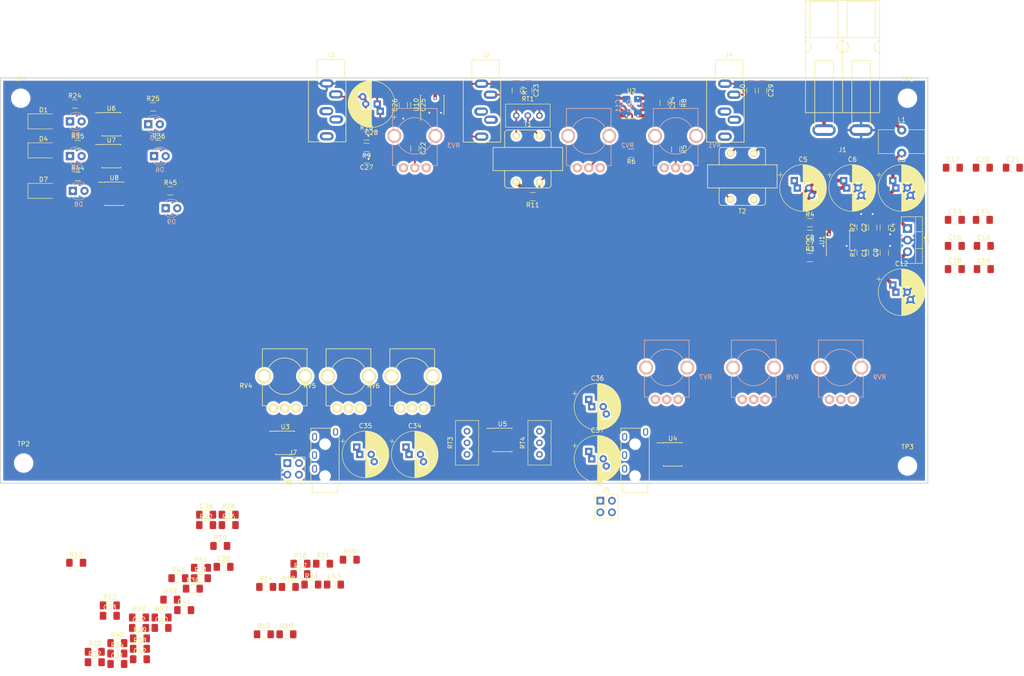
<source format=kicad_pcb>
(kicad_pcb (version 20171130) (host pcbnew 5.0.2-bee76a0~70~ubuntu16.04.1)
  (layers (0 F.Cu signal) (1 GNDA signal) (2 +9v signal) (31 GNDPWR signal) (34 B.Paste user) (35 F.Paste user) (36 B.SilkS user) (37 F.SilkS user) (38 B.Mask user) (39 F.Mask user) (44 Edge.Cuts user))
  (net 0 "")
  (net 1 +9V)
  (net 2 "Net-(C1-Pad2)")
  (net 3 GNDPWR)
  (net 4 +12V)
  (net 5 GNDA)
  (net 6 "Net-(C22-Pad2)")
  (net 7 "Net-(C22-Pad1)")
  (net 8 "Net-(C23-Pad1)")
  (net 9 "Net-(C23-Pad2)")
  (net 10 "Net-(C24-Pad2)")
  (net 11 "Net-(C24-Pad1)")
  (net 12 "Net-(C25-Pad2)")
  (net 13 "Net-(C25-Pad1)")
  (net 14 "Net-(C26-Pad2)")
  (net 15 "Net-(C27-Pad2)")
  (net 16 "Net-(C28-Pad2)")
  (net 17 "Net-(C28-Pad1)")
  (net 18 "Net-(C29-Pad2)")
  (net 19 "Net-(C29-Pad1)")
  (net 20 "Net-(C30-Pad1)")
  (net 21 "Net-(C31-Pad2)")
  (net 22 "Net-(C32-Pad1)")
  (net 23 "Net-(C32-Pad2)")
  (net 24 "Net-(C33-Pad2)")
  (net 25 "Net-(C33-Pad1)")
  (net 26 "Net-(C34-Pad2)")
  (net 27 "Net-(C35-Pad1)")
  (net 28 "Net-(C35-Pad2)")
  (net 29 "Net-(C36-Pad2)")
  (net 30 "Net-(C37-Pad2)")
  (net 31 "Net-(C37-Pad1)")
  (net 32 "Net-(C38-Pad2)")
  (net 33 OpMic)
  (net 34 "Net-(C39-Pad1)")
  (net 35 "Net-(C40-Pad1)")
  (net 36 LogMic)
  (net 37 "Net-(C41-Pad2)")
  (net 38 "Net-(C42-Pad2)")
  (net 39 OpBus)
  (net 40 "Net-(C43-Pad2)")
  (net 41 LogBus)
  (net 42 "Net-(D2-Pad1)")
  (net 43 "Net-(D2-Pad2)")
  (net 44 "Net-(D3-Pad1)")
  (net 45 "Net-(D3-Pad2)")
  (net 46 "Net-(D5-Pad2)")
  (net 47 "Net-(D5-Pad1)")
  (net 48 "Net-(D6-Pad1)")
  (net 49 "Net-(D6-Pad2)")
  (net 50 "Net-(D8-Pad2)")
  (net 51 "Net-(D8-Pad1)")
  (net 52 "Net-(D9-Pad2)")
  (net 53 "Net-(D9-Pad1)")
  (net 54 "Net-(J1-Pad1)")
  (net 55 "Net-(J2-PadR)")
  (net 56 "Net-(J2-PadRN)")
  (net 57 "Net-(J3-PadTN)")
  (net 58 "Net-(J3-PadRN)")
  (net 59 "Net-(J3-PadR)")
  (net 60 "Net-(J4-PadR)")
  (net 61 "Net-(J4-PadRN)")
  (net 62 "Net-(J4-PadTN)")
  (net 63 LogS)
  (net 64 LogR2)
  (net 65 OpS)
  (net 66 "Net-(J6-PadT)")
  (net 67 "Net-(J6-PadR1)")
  (net 68 OpR2)
  (net 69 "Net-(J8-PadR1)")
  (net 70 "Net-(J8-PadT)")
  (net 71 "Net-(R3-Pad2)")
  (net 72 "Net-(R4-Pad2)")
  (net 73 "Net-(R5-Pad2)")
  (net 74 "Net-(R6-Pad2)")
  (net 75 "Net-(R11-Pad1)")
  (net 76 Red)
  (net 77 Green)
  (net 78 "Net-(R15-Pad2)")
  (net 79 "Net-(R16-Pad2)")
  (net 80 "Net-(R17-Pad2)")
  (net 81 "Net-(R18-Pad2)")
  (net 82 "Net-(R19-Pad2)")
  (net 83 "Net-(R20-Pad2)")
  (net 84 "Net-(RT1-Pad2)")
  (net 85 "Net-(RT3-Pad2)")
  (net 86 "Net-(RT4-Pad2)")
  (net 87 RadioBus)
  (net 88 "Net-(TP1-Pad1)")
  (net 89 "Net-(TP2-Pad1)")
  (net 90 "Net-(TP3-Pad1)")
  (net 91 "Net-(TP4-Pad1)")
  (module Resistor_SMD:R_1206_3216Metric_Pad1.42x1.75mm_HandSolder (layer F.Cu) (at 138.43 28.1575 270)
    (fp_text reference R7 (at 0 -1.82 270) (layer F.SilkS))
    (fp_text value 100)
    (pad 1 smd roundrect (at -1.4875 0 270) (size 1.425 1.75) (layers F.Cu F.Paste F.Mask) (roundrect_rratio 0.175439) (net 8 "Net-(C23-Pad1)"))
    (pad 2 smd roundrect (at 1.4875 0 270) (size 1.425 1.75) (layers F.Cu F.Paste F.Mask) (roundrect_rratio 0.175439) (net 9 "Net-(C23-Pad2)"))
  )
  (module Package_SO:SOIC-8_3.9x4.9mm_P1.27mm (layer F.Cu) (at 208.915 60.96 90)
    (fp_text reference U1 (at 0 -3.5 90) (layer F.SilkS))
    (fp_text value NJM4556A)
    (pad 8 smd rect (at 2.7 -1.905 90) (size 1.55 0.6) (layers F.Cu F.Paste F.Mask) (net 1 +9V))
    (pad 7 smd rect (at 2.7 -0.635 90) (size 1.55 0.6) (layers F.Cu F.Paste F.Mask) (net 72 "Net-(R4-Pad2)"))
    (pad 6 smd rect (at 2.7 0.635 90) (size 1.55 0.6) (layers F.Cu F.Paste F.Mask) (net 72 "Net-(R4-Pad2)"))
    (pad 5 smd rect (at 2.7 1.905 90) (size 1.55 0.6) (layers F.Cu F.Paste F.Mask) (net 2 "Net-(C1-Pad2)"))
    (pad 4 smd rect (at -2.7 1.905 90) (size 1.55 0.6) (layers F.Cu F.Paste F.Mask) (net 3 GNDPWR))
    (pad 3 smd rect (at -2.7 0.635 90) (size 1.55 0.6) (layers F.Cu F.Paste F.Mask) (net 2 "Net-(C1-Pad2)"))
    (pad 2 smd rect (at -2.7 -0.635 90) (size 1.55 0.6) (layers F.Cu F.Paste F.Mask) (net 71 "Net-(R3-Pad2)"))
    (pad 1 smd rect (at -2.7 -1.905 90) (size 1.55 0.6) (layers F.Cu F.Paste F.Mask) (net 71 "Net-(R3-Pad2)"))
  )
  (module Capacitor_THT:CP_Radial_D10.0mm_P2.50mm_P5.00mm (layer F.Cu) (at 221.615 49.53)
    (fp_text reference C3 (at 1.25 -6.25) (layer F.SilkS))
    (fp_text value 220uF)
    (pad 1 thru_hole rect (at 0 0) (size 1.6 1.6) (drill 0.8) (layers *.Cu *.Mask) (net 4 +12V))
    (pad 2 thru_hole circle (at 2.5 0) (size 1.6 1.6) (drill 0.8) (layers *.Cu *.Mask) (net 3 GNDPWR))
    (pad 1 thru_hole rect (at -0.670937 -1.6) (size 1.6 1.6) (drill 0.8) (layers *.Cu *.Mask) (net 4 +12V))
    (pad 2 thru_hole circle (at 3.170937 1.6) (size 1.6 1.6) (drill 0.8) (layers *.Cu *.Mask) (net 3 GNDPWR))
  )
  (module Capacitor_SMD:C_1206_3216Metric_Pad1.42x1.75mm_HandSolder (layer F.Cu) (at 219.075 58.2025 270)
    (fp_text reference C4 (at 0 -1.82 270) (layer F.SilkS))
    (fp_text value 1uF)
    (pad 1 smd roundrect (at -1.4875 0 270) (size 1.425 1.75) (layers F.Cu F.Paste F.Mask) (roundrect_rratio 0.175439) (net 4 +12V))
    (pad 2 smd roundrect (at 1.4875 0 270) (size 1.425 1.75) (layers F.Cu F.Paste F.Mask) (roundrect_rratio 0.175439) (net 3 GNDPWR))
  )
  (module Capacitor_THT:CP_Radial_D10.0mm_P2.50mm_P5.00mm (layer F.Cu) (at 200.025 49.53)
    (fp_text reference C5 (at 1.25 -6.25) (layer F.SilkS))
    (fp_text value 220uF)
    (pad 2 thru_hole circle (at 3.170937 1.6) (size 1.6 1.6) (drill 0.8) (layers *.Cu *.Mask) (net 5 GNDA))
    (pad 1 thru_hole rect (at -0.670937 -1.6) (size 1.6 1.6) (drill 0.8) (layers *.Cu *.Mask) (net 1 +9V))
    (pad 2 thru_hole circle (at 2.5 0) (size 1.6 1.6) (drill 0.8) (layers *.Cu *.Mask) (net 5 GNDA))
    (pad 1 thru_hole rect (at 0 0) (size 1.6 1.6) (drill 0.8) (layers *.Cu *.Mask) (net 1 +9V))
  )
  (module Capacitor_THT:CP_Radial_D10.0mm_P2.50mm_P5.00mm (layer F.Cu) (at 210.82 49.53)
    (fp_text reference C6 (at 1.25 -6.25) (layer F.SilkS))
    (fp_text value 220uF)
    (pad 1 thru_hole rect (at 0 0) (size 1.6 1.6) (drill 0.8) (layers *.Cu *.Mask) (net 5 GNDA))
    (pad 2 thru_hole circle (at 2.5 0) (size 1.6 1.6) (drill 0.8) (layers *.Cu *.Mask) (net 3 GNDPWR))
    (pad 1 thru_hole rect (at -0.670937 -1.6) (size 1.6 1.6) (drill 0.8) (layers *.Cu *.Mask) (net 5 GNDA))
    (pad 2 thru_hole circle (at 3.170937 1.6) (size 1.6 1.6) (drill 0.8) (layers *.Cu *.Mask) (net 3 GNDPWR))
  )
  (module Capacitor_SMD:C_1206_3216Metric_Pad1.42x1.75mm_HandSolder (layer F.Cu) (at 202.7825 59.69 180)
    (fp_text reference C7 (at 0 -1.82 180) (layer F.SilkS))
    (fp_text value 1uF)
    (pad 1 smd roundrect (at -1.4875 0 180) (size 1.425 1.75) (layers F.Cu F.Paste F.Mask) (roundrect_rratio 0.175439) (net 1 +9V))
    (pad 2 smd roundrect (at 1.4875 0 180) (size 1.425 1.75) (layers F.Cu F.Paste F.Mask) (roundrect_rratio 0.175439) (net 5 GNDA))
  )
  (module Capacitor_SMD:C_1206_3216Metric_Pad1.42x1.75mm_HandSolder (layer F.Cu) (at 202.7825 62.23)
    (fp_text reference C8 (at 0 -1.82) (layer F.SilkS))
    (fp_text value 1uF)
    (pad 1 smd roundrect (at -1.4875 0) (size 1.425 1.75) (layers F.Cu F.Paste F.Mask) (roundrect_rratio 0.175439) (net 5 GNDA))
    (pad 2 smd roundrect (at 1.4875 0) (size 1.425 1.75) (layers F.Cu F.Paste F.Mask) (roundrect_rratio 0.175439) (net 3 GNDPWR))
  )
  (module Capacitor_SMD:C_1206_3216Metric_Pad1.42x1.75mm_HandSolder (layer F.Cu) (at 219.075 63.7175 90)
    (fp_text reference C9 (at 0 -1.82 90) (layer F.SilkS))
    (fp_text value 1uF)
    (pad 1 smd roundrect (at -1.4875 0 90) (size 1.425 1.75) (layers F.Cu F.Paste F.Mask) (roundrect_rratio 0.175439) (net 1 +9V))
    (pad 2 smd roundrect (at 1.4875 0 90) (size 1.425 1.75) (layers F.Cu F.Paste F.Mask) (roundrect_rratio 0.175439) (net 3 GNDPWR))
  )
  (module Capacitor_SMD:C_1206_3216Metric_Pad1.42x1.75mm_HandSolder (layer GNDPWR) (at 165.1 31.5325 270)
    (fp_text reference C10 (at 0 1.82 270) (layer B.SilkS) (effects (justify mirror)))
    (fp_text value .1uF)
    (pad 1 smd roundrect (at -1.4875 0 270) (size 1.425 1.75) (layers GNDPWR B.Paste B.Mask) (roundrect_rratio 0.175439) (net 1 +9V))
    (pad 2 smd roundrect (at 1.4875 0 270) (size 1.425 1.75) (layers GNDPWR B.Paste B.Mask) (roundrect_rratio 0.175439) (net 5 GNDA))
  )
  (module Capacitor_SMD:C_1206_3216Metric_Pad1.42x1.75mm_HandSolder (layer GNDPWR) (at 162.56 31.5325 270)
    (fp_text reference C11 (at 0 1.82 270) (layer B.SilkS) (effects (justify mirror)))
    (fp_text value .1uF)
    (pad 2 smd roundrect (at 1.4875 0 270) (size 1.425 1.75) (layers GNDPWR B.Paste B.Mask) (roundrect_rratio 0.175439) (net 3 GNDPWR))
    (pad 1 smd roundrect (at -1.4875 0 270) (size 1.425 1.75) (layers GNDPWR B.Paste B.Mask) (roundrect_rratio 0.175439) (net 5 GNDA))
  )
  (module Capacitor_THT:CP_Radial_D10.0mm_P2.50mm_P5.00mm (layer F.Cu) (at 221.615 72.39)
    (fp_text reference C12 (at 1.25 -6.25) (layer F.SilkS))
    (fp_text value 220uF)
    (pad 1 thru_hole rect (at 0 0) (size 1.6 1.6) (drill 0.8) (layers *.Cu *.Mask) (net 1 +9V))
    (pad 2 thru_hole circle (at 2.5 0) (size 1.6 1.6) (drill 0.8) (layers *.Cu *.Mask) (net 3 GNDPWR))
    (pad 1 thru_hole rect (at -0.670937 -1.6) (size 1.6 1.6) (drill 0.8) (layers *.Cu *.Mask) (net 1 +9V))
    (pad 2 thru_hole circle (at 3.170937 1.6) (size 1.6 1.6) (drill 0.8) (layers *.Cu *.Mask) (net 3 GNDPWR))
  )
  (module Capacitor_SMD:C_1206_3216Metric_Pad1.42x1.75mm_HandSolder (layer F.Cu) (at 234.5325 56.515)
    (fp_text reference C13 (at 0 -1.82) (layer F.SilkS))
    (fp_text value .1uF)
    (pad 1 smd roundrect (at -1.4875 0) (size 1.425 1.75) (layers F.Cu F.Paste F.Mask) (roundrect_rratio 0.175439) (net 1 +9V))
    (pad 2 smd roundrect (at 1.4875 0) (size 1.425 1.75) (layers F.Cu F.Paste F.Mask) (roundrect_rratio 0.175439) (net 5 GNDA))
  )
  (module Capacitor_SMD:C_1206_3216Metric_Pad1.42x1.75mm_HandSolder (layer F.Cu) (at 240.665 56.515)
    (fp_text reference C14 (at 0 -1.82) (layer F.SilkS))
    (fp_text value .1uF)
    (pad 1 smd roundrect (at -1.4875 0) (size 1.425 1.75) (layers F.Cu F.Paste F.Mask) (roundrect_rratio 0.175439) (net 5 GNDA))
    (pad 2 smd roundrect (at 1.4875 0) (size 1.425 1.75) (layers F.Cu F.Paste F.Mask) (roundrect_rratio 0.175439) (net 3 GNDPWR))
  )
  (module Capacitor_SMD:C_1206_3216Metric_Pad1.42x1.75mm_HandSolder (layer F.Cu) (at 234.5325 62.23)
    (fp_text reference C15 (at 0 -1.82) (layer F.SilkS))
    (fp_text value .1uF)
    (pad 2 smd roundrect (at 1.4875 0) (size 1.425 1.75) (layers F.Cu F.Paste F.Mask) (roundrect_rratio 0.175439) (net 5 GNDA))
    (pad 1 smd roundrect (at -1.4875 0) (size 1.425 1.75) (layers F.Cu F.Paste F.Mask) (roundrect_rratio 0.175439) (net 1 +9V))
  )
  (module Capacitor_SMD:C_1206_3216Metric_Pad1.42x1.75mm_HandSolder (layer F.Cu) (at 240.8825 62.23)
    (fp_text reference C16 (at 0 -1.82) (layer F.SilkS))
    (fp_text value .1uF)
    (pad 2 smd roundrect (at 1.4875 0) (size 1.425 1.75) (layers F.Cu F.Paste F.Mask) (roundrect_rratio 0.175439) (net 3 GNDPWR))
    (pad 1 smd roundrect (at -1.4875 0) (size 1.425 1.75) (layers F.Cu F.Paste F.Mask) (roundrect_rratio 0.175439) (net 5 GNDA))
  )
  (module Capacitor_SMD:C_1206_3216Metric_Pad1.42x1.75mm_HandSolder (layer F.Cu) (at 234.0975 45.085)
    (fp_text reference C17 (at 0 -1.82) (layer F.SilkS))
    (fp_text value .1uF)
    (pad 2 smd roundrect (at 1.4875 0) (size 1.425 1.75) (layers F.Cu F.Paste F.Mask) (roundrect_rratio 0.175439) (net 3 GNDPWR))
    (pad 1 smd roundrect (at -1.4875 0) (size 1.425 1.75) (layers F.Cu F.Paste F.Mask) (roundrect_rratio 0.175439) (net 1 +9V))
  )
  (module Capacitor_SMD:C_1206_3216Metric_Pad1.42x1.75mm_HandSolder (layer F.Cu) (at 234.5325 67.31)
    (fp_text reference C18 (at 0 -1.82) (layer F.SilkS))
    (fp_text value .1uF)
    (pad 1 smd roundrect (at -1.4875 0) (size 1.425 1.75) (layers F.Cu F.Paste F.Mask) (roundrect_rratio 0.175439) (net 1 +9V))
    (pad 2 smd roundrect (at 1.4875 0) (size 1.425 1.75) (layers F.Cu F.Paste F.Mask) (roundrect_rratio 0.175439) (net 5 GNDA))
  )
  (module Capacitor_SMD:C_1206_3216Metric_Pad1.42x1.75mm_HandSolder (layer F.Cu) (at 240.8825 67.31)
    (fp_text reference C19 (at 0 -1.82) (layer F.SilkS))
    (fp_text value .1uF)
    (pad 1 smd roundrect (at -1.4875 0) (size 1.425 1.75) (layers F.Cu F.Paste F.Mask) (roundrect_rratio 0.175439) (net 5 GNDA))
    (pad 2 smd roundrect (at 1.4875 0) (size 1.425 1.75) (layers F.Cu F.Paste F.Mask) (roundrect_rratio 0.175439) (net 3 GNDPWR))
  )
  (module Capacitor_SMD:C_1206_3216Metric_Pad1.42x1.75mm_HandSolder (layer F.Cu) (at 240.665 45.085)
    (fp_text reference C20 (at 0 -1.82) (layer F.SilkS))
    (fp_text value .1uF)
    (pad 1 smd roundrect (at -1.4875 0) (size 1.425 1.75) (layers F.Cu F.Paste F.Mask) (roundrect_rratio 0.175439) (net 1 +9V))
    (pad 2 smd roundrect (at 1.4875 0) (size 1.425 1.75) (layers F.Cu F.Paste F.Mask) (roundrect_rratio 0.175439) (net 3 GNDPWR))
  )
  (module Capacitor_SMD:C_1206_3216Metric_Pad1.42x1.75mm_HandSolder (layer F.Cu) (at 247.2325 45.085)
    (fp_text reference C21 (at 0 -1.82) (layer F.SilkS))
    (fp_text value .1uF)
    (pad 1 smd roundrect (at -1.4875 0) (size 1.425 1.75) (layers F.Cu F.Paste F.Mask) (roundrect_rratio 0.175439) (net 1 +9V))
    (pad 2 smd roundrect (at 1.4875 0) (size 1.425 1.75) (layers F.Cu F.Paste F.Mask) (roundrect_rratio 0.175439) (net 3 GNDPWR))
  )
  (module Capacitor_SMD:C_1206_3216Metric_Pad1.42x1.75mm_HandSolder (layer F.Cu) (at 116.205 40.8575 270)
    (fp_text reference C22 (at 0 -1.82 270) (layer F.SilkS))
    (fp_text value .1uF)
    (pad 2 smd roundrect (at 1.4875 0 270) (size 1.425 1.75) (layers F.Cu F.Paste F.Mask) (roundrect_rratio 0.175439) (net 6 "Net-(C22-Pad2)"))
    (pad 1 smd roundrect (at -1.4875 0 270) (size 1.425 1.75) (layers F.Cu F.Paste F.Mask) (roundrect_rratio 0.175439) (net 7 "Net-(C22-Pad1)"))
  )
  (module Capacitor_SMD:C_1206_3216Metric_Pad1.42x1.75mm_HandSolder (layer F.Cu) (at 140.97 28.1575 270)
    (fp_text reference C23 (at 0 -1.82 270) (layer F.SilkS))
    (fp_text value .1uF)
    (pad 1 smd roundrect (at -1.4875 0 270) (size 1.425 1.75) (layers F.Cu F.Paste F.Mask) (roundrect_rratio 0.175439) (net 8 "Net-(C23-Pad1)"))
    (pad 2 smd roundrect (at 1.4875 0 270) (size 1.425 1.75) (layers F.Cu F.Paste F.Mask) (roundrect_rratio 0.175439) (net 9 "Net-(C23-Pad2)"))
  )
  (module Capacitor_SMD:C_1206_3216Metric_Pad1.42x1.75mm_HandSolder (layer F.Cu) (at 170.815 30.8975 270)
    (fp_text reference C24 (at 0 -1.82 270) (layer F.SilkS))
    (fp_text value .1uF)
    (pad 2 smd roundrect (at 1.4875 0 270) (size 1.425 1.75) (layers F.Cu F.Paste F.Mask) (roundrect_rratio 0.175439) (net 10 "Net-(C24-Pad2)"))
    (pad 1 smd roundrect (at -1.4875 0 270) (size 1.425 1.75) (layers F.Cu F.Paste F.Mask) (roundrect_rratio 0.175439) (net 11 "Net-(C24-Pad1)"))
  )
  (module Capacitor_SMD:C_1206_3216Metric_Pad1.42x1.75mm_HandSolder (layer F.Cu) (at 116.205 31.3325 270)
    (fp_text reference C25 (at 0 -1.82 270) (layer F.SilkS))
    (fp_text value Gain)
    (pad 2 smd roundrect (at 1.4875 0 270) (size 1.425 1.75) (layers F.Cu F.Paste F.Mask) (roundrect_rratio 0.175439) (net 12 "Net-(C25-Pad2)"))
    (pad 1 smd roundrect (at -1.4875 0 270) (size 1.425 1.75) (layers F.Cu F.Paste F.Mask) (roundrect_rratio 0.175439) (net 13 "Net-(C25-Pad1)"))
  )
  (module Capacitor_SMD:C_1206_3216Metric_Pad1.42x1.75mm_HandSolder (layer F.Cu) (at 113.665 31.3325 90)
    (fp_text reference C26 (at 0 -1.82 90) (layer F.SilkS))
    (fp_text value .1uF)
    (pad 2 smd roundrect (at 1.4875 0 90) (size 1.425 1.75) (layers F.Cu F.Paste F.Mask) (roundrect_rratio 0.175439) (net 14 "Net-(C26-Pad2)"))
    (pad 1 smd roundrect (at -1.4875 0 90) (size 1.425 1.75) (layers F.Cu F.Paste F.Mask) (roundrect_rratio 0.175439) (net 3 GNDPWR))
  )
  (module Capacitor_SMD:C_1206_3216Metric_Pad1.42x1.75mm_HandSolder (layer F.Cu) (at 105.6275 43.18 180)
    (fp_text reference C27 (at 0 -1.82 180) (layer F.SilkS))
    (fp_text value .1uF)
    (pad 2 smd roundrect (at 1.4875 0 180) (size 1.425 1.75) (layers F.Cu F.Paste F.Mask) (roundrect_rratio 0.175439) (net 15 "Net-(C27-Pad2)"))
    (pad 1 smd roundrect (at -1.4875 0 180) (size 1.425 1.75) (layers F.Cu F.Paste F.Mask) (roundrect_rratio 0.175439) (net 3 GNDPWR))
  )
  (module Capacitor_THT:CP_Radial_D10.0mm_P2.50mm_P5.00mm (layer F.Cu) (at 107.95 31.115 180)
    (fp_text reference C28 (at 1.25 -6.25 180) (layer F.SilkS))
    (fp_text value 220uF)
    (pad 2 thru_hole circle (at 3.170937 1.6 180) (size 1.6 1.6) (drill 0.8) (layers *.Cu *.Mask) (net 16 "Net-(C28-Pad2)"))
    (pad 1 thru_hole rect (at -0.670937 -1.6 180) (size 1.6 1.6) (drill 0.8) (layers *.Cu *.Mask) (net 17 "Net-(C28-Pad1)"))
    (pad 2 thru_hole circle (at 2.5 0 180) (size 1.6 1.6) (drill 0.8) (layers *.Cu *.Mask) (net 16 "Net-(C28-Pad2)"))
    (pad 1 thru_hole rect (at 0 0 180) (size 1.6 1.6) (drill 0.8) (layers *.Cu *.Mask) (net 17 "Net-(C28-Pad1)"))
  )
  (module Capacitor_SMD:C_1206_3216Metric_Pad1.42x1.75mm_HandSolder (layer F.Cu) (at 189.865 28.1575 90)
    (fp_text reference C30 (at 0 -1.82 90) (layer F.SilkS))
    (fp_text value 1nF)
    (pad 1 smd roundrect (at -1.4875 0 90) (size 1.425 1.75) (layers F.Cu F.Paste F.Mask) (roundrect_rratio 0.175439) (net 20 "Net-(C30-Pad1)"))
    (pad 2 smd roundrect (at 1.4875 0 90) (size 1.425 1.75) (layers F.Cu F.Paste F.Mask) (roundrect_rratio 0.175439) (net 19 "Net-(C29-Pad1)"))
  )
  (module Capacitor_SMD:C_1206_3216Metric_Pad1.42x1.75mm_HandSolder (layer F.Cu) (at 51.015001 153.910001)
    (fp_text reference C31 (at 0 -1.82) (layer F.SilkS))
    (fp_text value 1uF)
    (pad 2 smd roundrect (at 1.4875 0) (size 1.425 1.75) (layers F.Cu F.Paste F.Mask) (roundrect_rratio 0.175439) (net 21 "Net-(C31-Pad2)"))
    (pad 1 smd roundrect (at -1.4875 0) (size 1.425 1.75) (layers F.Cu F.Paste F.Mask) (roundrect_rratio 0.175439) (net 5 GNDA))
  )
  (module Capacitor_SMD:C_1206_3216Metric_Pad1.42x1.75mm_HandSolder (layer F.Cu) (at 55.755001 146.000001)
    (fp_text reference C32 (at 0 -1.82) (layer F.SilkS))
    (fp_text value 330pF)
    (pad 1 smd roundrect (at -1.4875 0) (size 1.425 1.75) (layers F.Cu F.Paste F.Mask) (roundrect_rratio 0.175439) (net 22 "Net-(C32-Pad1)"))
    (pad 2 smd roundrect (at 1.4875 0) (size 1.425 1.75) (layers F.Cu F.Paste F.Mask) (roundrect_rratio 0.175439) (net 23 "Net-(C32-Pad2)"))
  )
  (module Capacitor_SMD:C_1206_3216Metric_Pad1.42x1.75mm_HandSolder (layer F.Cu) (at 49.365001 143.350001)
    (fp_text reference C33 (at 0 -1.82) (layer F.SilkS))
    (fp_text value 330pF)
    (pad 2 smd roundrect (at 1.4875 0) (size 1.425 1.75) (layers F.Cu F.Paste F.Mask) (roundrect_rratio 0.175439) (net 24 "Net-(C33-Pad2)"))
    (pad 1 smd roundrect (at -1.4875 0) (size 1.425 1.75) (layers F.Cu F.Paste F.Mask) (roundrect_rratio 0.175439) (net 25 "Net-(C33-Pad1)"))
  )
  (module Capacitor_THT:CP_Radial_D10.0mm_P2.50mm_P5.00mm (layer F.Cu) (at 114.935 107.95)
    (fp_text reference C34 (at 1.25 -6.25) (layer F.SilkS))
    (fp_text value 220uF)
    (pad 2 thru_hole circle (at 3.170937 1.6) (size 1.6 1.6) (drill 0.8) (layers *.Cu *.Mask) (net 26 "Net-(C34-Pad2)"))
    (pad 1 thru_hole rect (at -0.670937 -1.6) (size 1.6 1.6) (drill 0.8) (layers *.Cu *.Mask) (net 22 "Net-(C32-Pad1)"))
    (pad 2 thru_hole circle (at 2.5 0) (size 1.6 1.6) (drill 0.8) (layers *.Cu *.Mask) (net 26 "Net-(C34-Pad2)"))
    (pad 1 thru_hole rect (at 0 0) (size 1.6 1.6) (drill 0.8) (layers *.Cu *.Mask) (net 22 "Net-(C32-Pad1)"))
  )
  (module Capacitor_THT:CP_Radial_D10.0mm_P2.50mm_P5.00mm (layer F.Cu) (at 104.14 107.95)
    (fp_text reference C35 (at 1.25 -6.25) (layer F.SilkS))
    (fp_text value 220uF)
    (pad 1 thru_hole rect (at 0 0) (size 1.6 1.6) (drill 0.8) (layers *.Cu *.Mask) (net 27 "Net-(C35-Pad1)"))
    (pad 2 thru_hole circle (at 2.5 0) (size 1.6 1.6) (drill 0.8) (layers *.Cu *.Mask) (net 28 "Net-(C35-Pad2)"))
    (pad 1 thru_hole rect (at -0.670937 -1.6) (size 1.6 1.6) (drill 0.8) (layers *.Cu *.Mask) (net 27 "Net-(C35-Pad1)"))
    (pad 2 thru_hole circle (at 3.170937 1.6) (size 1.6 1.6) (drill 0.8) (layers *.Cu *.Mask) (net 28 "Net-(C35-Pad2)"))
  )
  (module Capacitor_THT:CP_Radial_D10.0mm_P2.50mm_P5.00mm (layer F.Cu) (at 154.975937 97.485)
    (fp_text reference C36 (at 1.25 -6.25) (layer F.SilkS))
    (fp_text value 220uF)
    (pad 1 thru_hole rect (at 0 0) (size 1.6 1.6) (drill 0.8) (layers *.Cu *.Mask) (net 25 "Net-(C33-Pad1)"))
    (pad 2 thru_hole circle (at 2.5 0) (size 1.6 1.6) (drill 0.8) (layers *.Cu *.Mask) (net 29 "Net-(C36-Pad2)"))
    (pad 1 thru_hole rect (at -0.670937 -1.6) (size 1.6 1.6) (drill 0.8) (layers *.Cu *.Mask) (net 25 "Net-(C33-Pad1)"))
    (pad 2 thru_hole circle (at 3.170937 1.6) (size 1.6 1.6) (drill 0.8) (layers *.Cu *.Mask) (net 29 "Net-(C36-Pad2)"))
  )
  (module Capacitor_THT:CP_Radial_D10.0mm_P2.50mm_P5.00mm (layer F.Cu) (at 154.975937 108.915)
    (fp_text reference C37 (at 1.25 -6.25) (layer F.SilkS))
    (fp_text value 220uF)
    (pad 2 thru_hole circle (at 3.170937 1.6) (size 1.6 1.6) (drill 0.8) (layers *.Cu *.Mask) (net 30 "Net-(C37-Pad2)"))
    (pad 1 thru_hole rect (at -0.670937 -1.6) (size 1.6 1.6) (drill 0.8) (layers *.Cu *.Mask) (net 31 "Net-(C37-Pad1)"))
    (pad 2 thru_hole circle (at 2.5 0) (size 1.6 1.6) (drill 0.8) (layers *.Cu *.Mask) (net 30 "Net-(C37-Pad2)"))
    (pad 1 thru_hole rect (at 0 0) (size 1.6 1.6) (drill 0.8) (layers *.Cu *.Mask) (net 31 "Net-(C37-Pad1)"))
  )
  (module Capacitor_SMD:C_1206_3216Metric_Pad1.42x1.75mm_HandSolder (layer F.Cu) (at 74.285001 132.610001)
    (fp_text reference C38 (at 0 -1.82) (layer F.SilkS))
    (fp_text value 1uF)
    (pad 2 smd roundrect (at 1.4875 0) (size 1.425 1.75) (layers F.Cu F.Paste F.Mask) (roundrect_rratio 0.175439) (net 32 "Net-(C38-Pad2)"))
    (pad 1 smd roundrect (at -1.4875 0) (size 1.425 1.75) (layers F.Cu F.Paste F.Mask) (roundrect_rratio 0.175439) (net 5 GNDA))
  )
  (module Capacitor_SMD:C_1206_3216Metric_Pad1.42x1.75mm_HandSolder (layer F.Cu) (at 70.465001 121.160001)
    (fp_text reference C39 (at 0 -1.82) (layer F.SilkS))
    (fp_text value 1uF)
    (pad 2 smd roundrect (at 1.4875 0) (size 1.425 1.75) (layers F.Cu F.Paste F.Mask) (roundrect_rratio 0.175439) (net 33 OpMic))
    (pad 1 smd roundrect (at -1.4875 0) (size 1.425 1.75) (layers F.Cu F.Paste F.Mask) (roundrect_rratio 0.175439) (net 34 "Net-(C39-Pad1)"))
  )
  (module Capacitor_SMD:C_1206_3216Metric_Pad1.42x1.75mm_HandSolder (layer F.Cu) (at 60.705001 146.000001)
    (fp_text reference C40 (at 0 -1.82) (layer F.SilkS))
    (fp_text value 1uF)
    (pad 1 smd roundrect (at -1.4875 0) (size 1.425 1.75) (layers F.Cu F.Paste F.Mask) (roundrect_rratio 0.175439) (net 35 "Net-(C40-Pad1)"))
    (pad 2 smd roundrect (at 1.4875 0) (size 1.425 1.75) (layers F.Cu F.Paste F.Mask) (roundrect_rratio 0.175439) (net 36 LogMic))
  )
  (module Capacitor_SMD:C_1206_3216Metric_Pad1.42x1.75mm_HandSolder (layer F.Cu) (at 65.655001 142.090001)
    (fp_text reference C41 (at 0 -1.82) (layer F.SilkS))
    (fp_text value 1uF)
    (pad 1 smd roundrect (at -1.4875 0) (size 1.425 1.75) (layers F.Cu F.Paste F.Mask) (roundrect_rratio 0.175439) (net 5 GNDA))
    (pad 2 smd roundrect (at 1.4875 0) (size 1.425 1.75) (layers F.Cu F.Paste F.Mask) (roundrect_rratio 0.175439) (net 37 "Net-(C41-Pad2)"))
  )
  (module Capacitor_SMD:C_1206_3216Metric_Pad1.42x1.75mm_HandSolder (layer F.Cu) (at 55.965001 152.870001)
    (fp_text reference C42 (at 0 -1.82) (layer F.SilkS))
    (fp_text value .01uF)
    (pad 2 smd roundrect (at 1.4875 0) (size 1.425 1.75) (layers F.Cu F.Paste F.Mask) (roundrect_rratio 0.175439) (net 38 "Net-(C42-Pad2)"))
    (pad 1 smd roundrect (at -1.4875 0) (size 1.425 1.75) (layers F.Cu F.Paste F.Mask) (roundrect_rratio 0.175439) (net 39 OpBus))
  )
  (module Capacitor_SMD:C_1206_3216Metric_Pad1.42x1.75mm_HandSolder (layer F.Cu) (at 98.475001 136.495001)
    (fp_text reference C43 (at 0 -1.82) (layer F.SilkS))
    (fp_text value .01uF)
    (pad 2 smd roundrect (at 1.4875 0) (size 1.425 1.75) (layers F.Cu F.Paste F.Mask) (roundrect_rratio 0.175439) (net 40 "Net-(C43-Pad2)"))
    (pad 1 smd roundrect (at -1.4875 0) (size 1.425 1.75) (layers F.Cu F.Paste F.Mask) (roundrect_rratio 0.175439) (net 41 LogBus))
  )
  (module Diode_SMD:D_SMA (layer F.Cu) (at 34.83 34.925)
    (fp_text reference D1 (at 0 -2.5) (layer F.SilkS))
    (fp_text value 1N4148)
    (pad 1 smd rect (at -2 0) (size 2.5 1.8) (layers F.Cu F.Paste F.Mask) (net 21 "Net-(C31-Pad2)"))
    (pad 2 smd rect (at 2 0) (size 2.5 1.8) (layers F.Cu F.Paste F.Mask) (net 39 OpBus))
  )
  (module LED_THT:LED_D3.0mm (layer GNDPWR) (at 40.64 34.925)
    (fp_text reference D2 (at 1.27 2.96) (layer B.SilkS) (effects (justify mirror)))
    (fp_text value Red)
    (pad 1 thru_hole rect (at 0 0) (size 1.8 1.8) (drill 0.9) (layers *.Cu *.Mask) (net 42 "Net-(D2-Pad1)"))
    (pad 2 thru_hole circle (at 2.54 0) (size 1.8 1.8) (drill 0.9) (layers *.Cu *.Mask) (net 43 "Net-(D2-Pad2)"))
  )
  (module LED_THT:LED_D3.0mm (layer GNDPWR) (at 57.785 35.56)
    (fp_text reference D3 (at 1.27 2.96) (layer B.SilkS) (effects (justify mirror)))
    (fp_text value Green)
    (pad 1 thru_hole rect (at 0 0) (size 1.8 1.8) (drill 0.9) (layers *.Cu *.Mask) (net 44 "Net-(D3-Pad1)"))
    (pad 2 thru_hole circle (at 2.54 0) (size 1.8 1.8) (drill 0.9) (layers *.Cu *.Mask) (net 45 "Net-(D3-Pad2)"))
  )
  (module Diode_SMD:D_SMA (layer F.Cu) (at 34.83 41.275)
    (fp_text reference D4 (at 0 -2.5) (layer F.SilkS))
    (fp_text value 1N4148)
    (pad 2 smd rect (at 2 0) (size 2.5 1.8) (layers F.Cu F.Paste F.Mask) (net 41 LogBus))
    (pad 1 smd rect (at -2 0) (size 2.5 1.8) (layers F.Cu F.Paste F.Mask) (net 32 "Net-(C38-Pad2)"))
  )
  (module LED_THT:LED_D3.0mm (layer GNDPWR) (at 40.64 42.545)
    (fp_text reference D5 (at 1.27 2.96) (layer B.SilkS) (effects (justify mirror)))
    (fp_text value Red)
    (pad 2 thru_hole circle (at 2.54 0) (size 1.8 1.8) (drill 0.9) (layers *.Cu *.Mask) (net 46 "Net-(D5-Pad2)"))
    (pad 1 thru_hole rect (at 0 0) (size 1.8 1.8) (drill 0.9) (layers *.Cu *.Mask) (net 47 "Net-(D5-Pad1)"))
  )
  (module LED_THT:LED_D3.0mm (layer GNDPWR) (at 59.055 42.545)
    (fp_text reference D6 (at 1.27 2.96) (layer B.SilkS) (effects (justify mirror)))
    (fp_text value Green)
    (pad 1 thru_hole rect (at 0 0) (size 1.8 1.8) (drill 0.9) (layers *.Cu *.Mask) (net 48 "Net-(D6-Pad1)"))
    (pad 2 thru_hole circle (at 2.54 0) (size 1.8 1.8) (drill 0.9) (layers *.Cu *.Mask) (net 49 "Net-(D6-Pad2)"))
  )
  (module Diode_SMD:D_SMA (layer F.Cu) (at 34.83 50.165)
    (fp_text reference D7 (at 0 -2.5) (layer F.SilkS))
    (fp_text value 1N4148)
    (pad 1 smd rect (at -2 0) (size 2.5 1.8) (layers F.Cu F.Paste F.Mask) (net 37 "Net-(C41-Pad2)"))
    (pad 2 smd rect (at 2 0) (size 2.5 1.8) (layers F.Cu F.Paste F.Mask) (net 87 RadioBus))
  )
  (module LED_THT:LED_D3.0mm (layer GNDPWR) (at 41.275 50.165)
    (fp_text reference D8 (at 1.27 2.96) (layer B.SilkS) (effects (justify mirror)))
    (fp_text value Red)
    (pad 2 thru_hole circle (at 2.54 0) (size 1.8 1.8) (drill 0.9) (layers *.Cu *.Mask) (net 50 "Net-(D8-Pad2)"))
    (pad 1 thru_hole rect (at 0 0) (size 1.8 1.8) (drill 0.9) (layers *.Cu *.Mask) (net 51 "Net-(D8-Pad1)"))
  )
  (module LED_THT:LED_D3.0mm (layer GNDPWR) (at 61.595 53.975)
    (fp_text reference D9 (at 1.27 2.96) (layer B.SilkS) (effects (justify mirror)))
    (fp_text value Green)
    (pad 2 thru_hole circle (at 2.54 0) (size 1.8 1.8) (drill 0.9) (layers *.Cu *.Mask) (net 52 "Net-(D9-Pad2)"))
    (pad 1 thru_hole rect (at 0 0) (size 1.8 1.8) (drill 0.9) (layers *.Cu *.Mask) (net 53 "Net-(D9-Pad1)"))
  )
  (module Libraries:AndersonPP45 (layer F.Cu) (at 209.931 36.83)
    (fp_text reference J1 (at 0 4.318) (layer F.SilkS))
    (fp_text value "12vDC In")
    (pad 1 thru_hole oval (at -4.064 0) (size 5.08 2.54) (drill oval 4.064 1.27) (layers *.Cu *.Mask) (net 54 "Net-(J1-Pad1)"))
    (pad 2 thru_hole oval (at 4.064 0) (size 5.08 2.54) (drill oval 4.064 1.27) (layers *.Cu *.Mask) (net 3 GNDPWR))
  )
  (module Libraries:Conn-3.5mm-SJ1-3535NG (layer F.Cu) (at 131.71 25.47 180)
    (fp_text reference J2 (at 0 5.08 180) (layer F.SilkS))
    (fp_text value "Radio Speaker")
    (pad S thru_hole oval (at 0.9 -1.2 180) (size 3 1.8) (drill oval 2 0.8) (layers *.Cu *.Mask) (net 8 "Net-(C23-Pad1)"))
    (pad T thru_hole oval (at -1.1 -3.6 180) (size 3 1.8) (drill oval 2 0.8) (layers *.Cu *.Mask) (net 9 "Net-(C23-Pad2)"))
    (pad R thru_hole oval (at -1.1 -9.1 180) (size 3 1.8) (drill oval 2 0.8 (offset -0.1 0)) (layers *.Cu *.Mask) (net 55 "Net-(J2-PadR)"))
    (pad RN thru_hole oval (at 0.9 -7.3 180) (size 3 1.8) (drill oval 2 0.8 (offset 0.1 0)) (layers *.Cu *.Mask) (net 56 "Net-(J2-PadRN)"))
    (pad TN thru_hole oval (at 0.9 -12.8 180) (size 3 1.8) (drill oval 2 0.8) (layers *.Cu *.Mask) (net 8 "Net-(C23-Pad1)"))
  )
  (module Libraries:Conn-3.5mm-SJ1-3535NG (layer F.Cu) (at 97.79 25.4 180)
    (fp_text reference J3 (at 0 5.08 180) (layer F.SilkS))
    (fp_text value Speaker)
    (pad TN thru_hole oval (at 0.9 -12.8 180) (size 3 1.8) (drill oval 2 0.8) (layers *.Cu *.Mask) (net 57 "Net-(J3-PadTN)"))
    (pad RN thru_hole oval (at 0.9 -7.3 180) (size 3 1.8) (drill oval 2 0.8 (offset 0.1 0)) (layers *.Cu *.Mask) (net 58 "Net-(J3-PadRN)"))
    (pad R thru_hole oval (at -1.1 -9.1 180) (size 3 1.8) (drill oval 2 0.8 (offset -0.1 0)) (layers *.Cu *.Mask) (net 59 "Net-(J3-PadR)"))
    (pad T thru_hole oval (at -1.1 -3.6 180) (size 3 1.8) (drill oval 2 0.8) (layers *.Cu *.Mask) (net 16 "Net-(C28-Pad2)"))
    (pad S thru_hole oval (at 0.9 -1.2 180) (size 3 1.8) (drill oval 2 0.8) (layers *.Cu *.Mask) (net 3 GNDPWR))
  )
  (module Libraries:Conn-3.5mm-SJ1-3535NG (layer F.Cu) (at 185.05 25.47 180)
    (fp_text reference J4 (at 0 5.08 180) (layer F.SilkS))
    (fp_text value "Radio Mic")
    (pad S thru_hole oval (at 0.9 -1.2 180) (size 3 1.8) (drill oval 2 0.8) (layers *.Cu *.Mask) (net 19 "Net-(C29-Pad1)"))
    (pad T thru_hole oval (at -1.1 -3.6 180) (size 3 1.8) (drill oval 2 0.8) (layers *.Cu *.Mask) (net 20 "Net-(C30-Pad1)"))
    (pad R thru_hole oval (at -1.1 -9.1 180) (size 3 1.8) (drill oval 2 0.8 (offset -0.1 0)) (layers *.Cu *.Mask) (net 60 "Net-(J4-PadR)"))
    (pad RN thru_hole oval (at 0.9 -7.3 180) (size 3 1.8) (drill oval 2 0.8 (offset 0.1 0)) (layers *.Cu *.Mask) (net 61 "Net-(J4-PadRN)"))
    (pad TN thru_hole oval (at 0.9 -12.8 180) (size 3 1.8) (drill oval 2 0.8) (layers *.Cu *.Mask) (net 62 "Net-(J4-PadTN)"))
  )
  (module Connector_PinHeader_2.54mm:PinHeader_2x02_P2.54mm_Vertical (layer F.Cu) (at 156.845 118.11)
    (fp_text reference J5 (at 1.27 -2.33) (layer F.SilkS))
    (fp_text value "Log CTIA/OMTP")
    (pad 4 thru_hole oval (at 2.54 2.54) (size 1.7 1.7) (drill 1) (layers *.Cu *.Mask) (net 63 LogS))
    (pad 3 thru_hole oval (at 0 2.54) (size 1.7 1.7) (drill 1) (layers *.Cu *.Mask) (net 3 GNDPWR))
    (pad 2 thru_hole oval (at 2.54 0) (size 1.7 1.7) (drill 1) (layers *.Cu *.Mask) (net 36 LogMic))
    (pad 1 thru_hole rect (at 0 0) (size 1.7 1.7) (drill 1) (layers *.Cu *.Mask) (net 64 LogR2))
  )
  (module Libraries:Conn-3.5mm-TRRS-PJ-320L (layer F.Cu) (at 96.52 114.3 90)
    (fp_text reference J6 (at 0 -7.9 90) (layer F.SilkS))
    (fp_text value "Operator Headset")
    (pad "" np_thru_hole circle (at 8.6 0 90) (size 1.5 1.5) (drill 1.5) (layers *.Cu *.Mask))
    (pad "" np_thru_hole circle (at 1.6 0 90) (size 1.5 1.5) (drill 1.5) (layers *.Cu *.Mask))
    (pad S thru_hole oval (at 11.3 2.3 90) (size 1.7 1.1) (drill oval 1.2 0.6) (layers *.Cu *.Mask) (net 65 OpS))
    (pad T thru_hole oval (at 10.2 -2.3 90) (size 1.7 1.1) (drill oval 1.2 0.6) (layers *.Cu *.Mask) (net 66 "Net-(J6-PadT)"))
    (pad R1 thru_hole oval (at 6.2 -2.3 90) (size 1.7 1.1) (drill oval 1.2 0.6) (layers *.Cu *.Mask) (net 67 "Net-(J6-PadR1)"))
    (pad R2 thru_hole oval (at 3.2 -2.3 90) (size 1.7 1.1) (drill oval 1.2 0.6) (layers *.Cu *.Mask) (net 68 OpR2))
  )
  (module Connector_PinHeader_2.54mm:PinHeader_2x02_P2.54mm_Vertical (layer F.Cu) (at 88.265 109.855)
    (fp_text reference J7 (at 1.27 -2.33) (layer F.SilkS))
    (fp_text value "Op CTIA/OMTP")
    (pad 1 thru_hole rect (at 0 0) (size 1.7 1.7) (drill 1) (layers *.Cu *.Mask) (net 68 OpR2))
    (pad 2 thru_hole oval (at 2.54 0) (size 1.7 1.7) (drill 1) (layers *.Cu *.Mask) (net 33 OpMic))
    (pad 3 thru_hole oval (at 0 2.54) (size 1.7 1.7) (drill 1) (layers *.Cu *.Mask) (net 3 GNDPWR))
    (pad 4 thru_hole oval (at 2.54 2.54) (size 1.7 1.7) (drill 1) (layers *.Cu *.Mask) (net 65 OpS))
  )
  (module Libraries:Conn-3.5mm-TRRS-PJ-320L (layer F.Cu) (at 164.465 114.3 90)
    (fp_text reference J8 (at 0 -7.9 90) (layer F.SilkS))
    (fp_text value "Logger Headset")
    (pad R2 thru_hole oval (at 3.2 -2.3 90) (size 1.7 1.1) (drill oval 1.2 0.6) (layers *.Cu *.Mask) (net 64 LogR2))
    (pad R1 thru_hole oval (at 6.2 -2.3 90) (size 1.7 1.1) (drill oval 1.2 0.6) (layers *.Cu *.Mask) (net 69 "Net-(J8-PadR1)"))
    (pad T thru_hole oval (at 10.2 -2.3 90) (size 1.7 1.1) (drill oval 1.2 0.6) (layers *.Cu *.Mask) (net 70 "Net-(J8-PadT)"))
    (pad S thru_hole oval (at 11.3 2.3 90) (size 1.7 1.1) (drill oval 1.2 0.6) (layers *.Cu *.Mask) (net 63 LogS))
    (pad "" np_thru_hole circle (at 1.6 0 90) (size 1.5 1.5) (drill 1.5) (layers *.Cu *.Mask))
    (pad "" np_thru_hole circle (at 8.6 0 90) (size 1.5 1.5) (drill 1.5) (layers *.Cu *.Mask))
  )
  (module Inductor_THT:L_Toroid_Vertical_L10.0mm_W5.0mm_P5.08mm (layer F.Cu) (at 222.885 36.83)
    (fp_text reference L1 (at 0 -2.25) (layer F.SilkS))
    (fp_text value "RF Choke")
    (pad 1 thru_hole circle (at 0 0) (size 2 2) (drill 1) (layers *.Cu *.Mask) (net 54 "Net-(J1-Pad1)"))
    (pad 2 thru_hole circle (at 0 5.08) (size 2 2) (drill 1) (layers *.Cu *.Mask) (net 4 +12V))
  )
  (module Resistor_SMD:R_1206_3216Metric_Pad1.42x1.75mm_HandSolder (layer F.Cu) (at 213.995 63.7175 90)
    (fp_text reference R1 (at 0 -1.82 90) (layer F.SilkS))
    (fp_text value 10k)
    (pad 1 smd roundrect (at -1.4875 0 90) (size 1.425 1.75) (layers F.Cu F.Paste F.Mask) (roundrect_rratio 0.175439) (net 1 +9V))
    (pad 2 smd roundrect (at 1.4875 0 90) (size 1.425 1.75) (layers F.Cu F.Paste F.Mask) (roundrect_rratio 0.175439) (net 2 "Net-(C1-Pad2)"))
  )
  (module Resistor_SMD:R_1206_3216Metric_Pad1.42x1.75mm_HandSolder (layer F.Cu) (at 213.995 58.2025 90)
    (fp_text reference R2 (at 0 -1.82 90) (layer F.SilkS))
    (fp_text value 10k)
    (pad 2 smd roundrect (at 1.4875 0 90) (size 1.425 1.75) (layers F.Cu F.Paste F.Mask) (roundrect_rratio 0.175439) (net 3 GNDPWR))
    (pad 1 smd roundrect (at -1.4875 0 90) (size 1.425 1.75) (layers F.Cu F.Paste F.Mask) (roundrect_rratio 0.175439) (net 2 "Net-(C1-Pad2)"))
  )
  (module Resistor_SMD:R_1206_3216Metric_Pad1.42x1.75mm_HandSolder (layer F.Cu) (at 202.7825 64.77)
    (fp_text reference R3 (at 0 -1.82) (layer F.SilkS))
    (fp_text value 1)
    (pad 1 smd roundrect (at -1.4875 0) (size 1.425 1.75) (layers F.Cu F.Paste F.Mask) (roundrect_rratio 0.175439) (net 5 GNDA))
    (pad 2 smd roundrect (at 1.4875 0) (size 1.425 1.75) (layers F.Cu F.Paste F.Mask) (roundrect_rratio 0.175439) (net 71 "Net-(R3-Pad2)"))
  )
  (module Resistor_SMD:R_1206_3216Metric_Pad1.42x1.75mm_HandSolder (layer F.Cu) (at 202.7825 57.15)
    (fp_text reference R4 (at 0 -1.82) (layer F.SilkS))
    (fp_text value 1)
    (pad 2 smd roundrect (at 1.4875 0) (size 1.425 1.75) (layers F.Cu F.Paste F.Mask) (roundrect_rratio 0.175439) (net 72 "Net-(R4-Pad2)"))
    (pad 1 smd roundrect (at -1.4875 0) (size 1.425 1.75) (layers F.Cu F.Paste F.Mask) (roundrect_rratio 0.175439) (net 5 GNDA))
  )
  (module Resistor_SMD:R_1206_3216Metric_Pad1.42x1.75mm_HandSolder (layer F.Cu) (at 173.355 41.0575 270)
    (fp_text reference R5 (at 0 -1.82 270) (layer F.SilkS))
    (fp_text value 10k)
    (pad 2 smd roundrect (at 1.4875 0 270) (size 1.425 1.75) (layers F.Cu F.Paste F.Mask) (roundrect_rratio 0.175439) (net 73 "Net-(R5-Pad2)"))
    (pad 1 smd roundrect (at -1.4875 0 270) (size 1.425 1.75) (layers F.Cu F.Paste F.Mask) (roundrect_rratio 0.175439) (net 10 "Net-(C24-Pad2)"))
  )
  (module Resistor_SMD:R_1206_3216Metric_Pad1.42x1.75mm_HandSolder (layer F.Cu) (at 163.6125 41.91 180)
    (fp_text reference R6 (at 0 -1.82 180) (layer F.SilkS))
    (fp_text value 10k)
    (pad 1 smd roundrect (at -1.4875 0 180) (size 1.425 1.75) (layers F.Cu F.Paste F.Mask) (roundrect_rratio 0.175439) (net 10 "Net-(C24-Pad2)"))
    (pad 2 smd roundrect (at 1.4875 0 180) (size 1.425 1.75) (layers F.Cu F.Paste F.Mask) (roundrect_rratio 0.175439) (net 74 "Net-(R6-Pad2)"))
  )
  (module Resistor_SMD:R_1206_3216Metric_Pad1.42x1.75mm_HandSolder (layer F.Cu) (at 173.355 30.8975 270)
    (fp_text reference R8 (at 0 -1.82 270) (layer F.SilkS))
    (fp_text value 100)
    (pad 2 smd roundrect (at 1.4875 0 270) (size 1.425 1.75) (layers F.Cu F.Paste F.Mask) (roundrect_rratio 0.175439) (net 10 "Net-(C24-Pad2)"))
    (pad 1 smd roundrect (at -1.4875 0 270) (size 1.425 1.75) (layers F.Cu F.Paste F.Mask) (roundrect_rratio 0.175439) (net 11 "Net-(C24-Pad1)"))
  )
  (module Resistor_SMD:R_1206_3216Metric_Pad1.42x1.75mm_HandSolder (layer F.Cu) (at 105.6275 40.64 180)
    (fp_text reference R9 (at 0 -1.82 180) (layer F.SilkS))
    (fp_text value 10)
    (pad 1 smd roundrect (at -1.4875 0 180) (size 1.425 1.75) (layers F.Cu F.Paste F.Mask) (roundrect_rratio 0.175439) (net 17 "Net-(C28-Pad1)"))
    (pad 2 smd roundrect (at 1.4875 0 180) (size 1.425 1.75) (layers F.Cu F.Paste F.Mask) (roundrect_rratio 0.175439) (net 15 "Net-(C27-Pad2)"))
  )
  (module Resistor_SMD:R_1206_3216Metric_Pad1.42x1.75mm_HandSolder (layer F.Cu) (at 105.6275 38.1)
    (fp_text reference R10 (at 0 -1.82) (layer F.SilkS))
    (fp_text value 10k)
    (pad 1 smd roundrect (at -1.4875 0) (size 1.425 1.75) (layers F.Cu F.Paste F.Mask) (roundrect_rratio 0.175439) (net 16 "Net-(C28-Pad2)"))
    (pad 2 smd roundrect (at 1.4875 0) (size 1.425 1.75) (layers F.Cu F.Paste F.Mask) (roundrect_rratio 0.175439) (net 3 GNDPWR))
  )
  (module Resistor_SMD:R_1206_3216Metric_Pad1.42x1.75mm_HandSolder (layer F.Cu) (at 142.0225 51.435 180)
    (fp_text reference R11 (at 0 -1.82 180) (layer F.SilkS))
    (fp_text value 1k)
    (pad 2 smd roundrect (at 1.4875 0 180) (size 1.425 1.75) (layers F.Cu F.Paste F.Mask) (roundrect_rratio 0.175439) (net 5 GNDA))
    (pad 1 smd roundrect (at -1.4875 0 180) (size 1.425 1.75) (layers F.Cu F.Paste F.Mask) (roundrect_rratio 0.175439) (net 75 "Net-(R11-Pad1)"))
  )
  (module Resistor_SMD:R_1206_3216Metric_Pad1.42x1.75mm_HandSolder (layer F.Cu) (at 49.365001 141.060001)
    (fp_text reference R12 (at 0 -1.82) (layer F.SilkS))
    (fp_text value 36k)
    (pad 2 smd roundrect (at 1.4875 0) (size 1.425 1.75) (layers F.Cu F.Paste F.Mask) (roundrect_rratio 0.175439) (net 76 Red))
    (pad 1 smd roundrect (at -1.4875 0) (size 1.425 1.75) (layers F.Cu F.Paste F.Mask) (roundrect_rratio 0.175439) (net 1 +9V))
  )
  (module Resistor_SMD:R_1206_3216Metric_Pad1.42x1.75mm_HandSolder (layer F.Cu) (at 41.995001 131.710001)
    (fp_text reference R13 (at 0 -1.82) (layer F.SilkS))
    (fp_text value 4.7k)
    (pad 1 smd roundrect (at -1.4875 0) (size 1.425 1.75) (layers F.Cu F.Paste F.Mask) (roundrect_rratio 0.175439) (net 76 Red))
    (pad 2 smd roundrect (at 1.4875 0) (size 1.425 1.75) (layers F.Cu F.Paste F.Mask) (roundrect_rratio 0.175439) (net 77 Green))
  )
  (module Resistor_SMD:R_1206_3216Metric_Pad1.42x1.75mm_HandSolder (layer F.Cu) (at 83.625001 137.015001)
    (fp_text reference R14 (at 0 -1.82) (layer F.SilkS))
    (fp_text value 4.7k)
    (pad 2 smd roundrect (at 1.4875 0) (size 1.425 1.75) (layers F.Cu F.Paste F.Mask) (roundrect_rratio 0.175439) (net 5 GNDA))
    (pad 1 smd roundrect (at -1.4875 0) (size 1.425 1.75) (layers F.Cu F.Paste F.Mask) (roundrect_rratio 0.175439) (net 77 Green))
  )
  (module Resistor_SMD:R_1206_3216Metric_Pad1.42x1.75mm_HandSolder (layer F.Cu) (at 83.120001 147.395001)
    (fp_text reference R15 (at 0 -1.82) (layer F.SilkS))
    (fp_text value 10k)
    (pad 1 smd roundrect (at -1.4875 0) (size 1.425 1.75) (layers F.Cu F.Paste F.Mask) (roundrect_rratio 0.175439) (net 23 "Net-(C32-Pad2)"))
    (pad 2 smd roundrect (at 1.4875 0) (size 1.425 1.75) (layers F.Cu F.Paste F.Mask) (roundrect_rratio 0.175439) (net 78 "Net-(R15-Pad2)"))
  )
  (module Resistor_SMD:R_1206_3216Metric_Pad1.42x1.75mm_HandSolder (layer F.Cu) (at 91.135001 131.915001)
    (fp_text reference R16 (at 0 -1.82) (layer F.SilkS))
    (fp_text value 10k)
    (pad 2 smd roundrect (at 1.4875 0) (size 1.425 1.75) (layers F.Cu F.Paste F.Mask) (roundrect_rratio 0.175439) (net 79 "Net-(R16-Pad2)"))
    (pad 1 smd roundrect (at -1.4875 0) (size 1.425 1.75) (layers F.Cu F.Paste F.Mask) (roundrect_rratio 0.175439) (net 23 "Net-(C32-Pad2)"))
  )
  (module Resistor_SMD:R_1206_3216Metric_Pad1.42x1.75mm_HandSolder (layer F.Cu) (at 91.135001 134.205001)
    (fp_text reference R17 (at 0 -1.82) (layer F.SilkS))
    (fp_text value 10k)
    (pad 1 smd roundrect (at -1.4875 0) (size 1.425 1.75) (layers F.Cu F.Paste F.Mask) (roundrect_rratio 0.175439) (net 23 "Net-(C32-Pad2)"))
    (pad 2 smd roundrect (at 1.4875 0) (size 1.425 1.75) (layers F.Cu F.Paste F.Mask) (roundrect_rratio 0.175439) (net 80 "Net-(R17-Pad2)"))
  )
  (module Resistor_SMD:R_1206_3216Metric_Pad1.42x1.75mm_HandSolder (layer F.Cu) (at 88.575001 137.015001)
    (fp_text reference R18 (at 0 -1.82) (layer F.SilkS))
    (fp_text value 10k)
    (pad 1 smd roundrect (at -1.4875 0) (size 1.425 1.75) (layers F.Cu F.Paste F.Mask) (roundrect_rratio 0.175439) (net 24 "Net-(C33-Pad2)"))
    (pad 2 smd roundrect (at 1.4875 0) (size 1.425 1.75) (layers F.Cu F.Paste F.Mask) (roundrect_rratio 0.175439) (net 81 "Net-(R18-Pad2)"))
  )
  (module Resistor_SMD:R_1206_3216Metric_Pad1.42x1.75mm_HandSolder (layer F.Cu) (at 88.070001 147.395001)
    (fp_text reference R19 (at 0 -1.82) (layer F.SilkS))
    (fp_text value 10k)
    (pad 1 smd roundrect (at -1.4875 0) (size 1.425 1.75) (layers F.Cu F.Paste F.Mask) (roundrect_rratio 0.175439) (net 24 "Net-(C33-Pad2)"))
    (pad 2 smd roundrect (at 1.4875 0) (size 1.425 1.75) (layers F.Cu F.Paste F.Mask) (roundrect_rratio 0.175439) (net 82 "Net-(R19-Pad2)"))
  )
  (module Resistor_SMD:R_1206_3216Metric_Pad1.42x1.75mm_HandSolder (layer F.Cu) (at 46.065001 151.230001)
    (fp_text reference R20 (at 0 -1.82) (layer F.SilkS))
    (fp_text value 10k)
    (pad 2 smd roundrect (at 1.4875 0) (size 1.425 1.75) (layers F.Cu F.Paste F.Mask) (roundrect_rratio 0.175439) (net 83 "Net-(R20-Pad2)"))
    (pad 1 smd roundrect (at -1.4875 0) (size 1.425 1.75) (layers F.Cu F.Paste F.Mask) (roundrect_rratio 0.175439) (net 24 "Net-(C33-Pad2)"))
  )
  (module Resistor_SMD:R_1206_3216Metric_Pad1.42x1.75mm_HandSolder (layer F.Cu) (at 96.085001 131.915001)
    (fp_text reference R21 (at 0 -1.82) (layer F.SilkS))
    (fp_text value 100k)
    (pad 1 smd roundrect (at -1.4875 0) (size 1.425 1.75) (layers F.Cu F.Paste F.Mask) (roundrect_rratio 0.175439) (net 21 "Net-(C31-Pad2)"))
    (pad 2 smd roundrect (at 1.4875 0) (size 1.425 1.75) (layers F.Cu F.Paste F.Mask) (roundrect_rratio 0.175439) (net 5 GNDA))
  )
  (module Resistor_SMD:R_1206_3216Metric_Pad1.42x1.75mm_HandSolder (layer F.Cu) (at 70.465001 123.450001)
    (fp_text reference R22 (at 0 -1.82) (layer F.SilkS))
    (fp_text value 30k)
    (pad 2 smd roundrect (at 1.4875 0) (size 1.425 1.75) (layers F.Cu F.Paste F.Mask) (roundrect_rratio 0.175439) (net 23 "Net-(C32-Pad2)"))
    (pad 1 smd roundrect (at -1.4875 0) (size 1.425 1.75) (layers F.Cu F.Paste F.Mask) (roundrect_rratio 0.175439) (net 22 "Net-(C32-Pad1)"))
  )
  (module Resistor_SMD:R_1206_3216Metric_Pad1.42x1.75mm_HandSolder (layer F.Cu) (at 93.525001 136.495001)
    (fp_text reference R23 (at 0 -1.82) (layer F.SilkS))
    (fp_text value 30k)
    (pad 1 smd roundrect (at -1.4875 0) (size 1.425 1.75) (layers F.Cu F.Paste F.Mask) (roundrect_rratio 0.175439) (net 25 "Net-(C33-Pad1)"))
    (pad 2 smd roundrect (at 1.4875 0) (size 1.425 1.75) (layers F.Cu F.Paste F.Mask) (roundrect_rratio 0.175439) (net 24 "Net-(C33-Pad2)"))
  )
  (module Resistor_SMD:R_1206_3216Metric_Pad1.42x1.75mm_HandSolder (layer F.Cu) (at 41.6925 31.115)
    (fp_text reference R24 (at 0 -1.82) (layer F.SilkS))
    (fp_text value 1k)
    (pad 2 smd roundrect (at 1.4875 0) (size 1.425 1.75) (layers F.Cu F.Paste F.Mask) (roundrect_rratio 0.175439) (net 43 "Net-(D2-Pad2)"))
    (pad 1 smd roundrect (at -1.4875 0) (size 1.425 1.75) (layers F.Cu F.Paste F.Mask) (roundrect_rratio 0.175439) (net 1 +9V))
  )
  (module Resistor_SMD:R_1206_3216Metric_Pad1.42x1.75mm_HandSolder (layer F.Cu) (at 58.8375 31.75)
    (fp_text reference R25 (at 0 -1.82) (layer F.SilkS))
    (fp_text value 1k)
    (pad 2 smd roundrect (at 1.4875 0) (size 1.425 1.75) (layers F.Cu F.Paste F.Mask) (roundrect_rratio 0.175439) (net 45 "Net-(D3-Pad2)"))
    (pad 1 smd roundrect (at -1.4875 0) (size 1.425 1.75) (layers F.Cu F.Paste F.Mask) (roundrect_rratio 0.175439) (net 1 +9V))
  )
  (module Resistor_SMD:R_1206_3216Metric_Pad1.42x1.75mm_HandSolder (layer F.Cu) (at 75.415001 123.450001)
    (fp_text reference R26 (at 0 -1.82) (layer F.SilkS))
    (fp_text value 10k)
    (pad 2 smd roundrect (at 1.4875 0) (size 1.425 1.75) (layers F.Cu F.Paste F.Mask) (roundrect_rratio 0.175439) (net 26 "Net-(C34-Pad2)"))
    (pad 1 smd roundrect (at -1.4875 0) (size 1.425 1.75) (layers F.Cu F.Paste F.Mask) (roundrect_rratio 0.175439) (net 3 GNDPWR))
  )
  (module Resistor_SMD:R_1206_3216Metric_Pad1.42x1.75mm_HandSolder (layer F.Cu) (at 55.755001 143.710001)
    (fp_text reference R27 (at 0 -1.82) (layer F.SilkS))
    (fp_text value 10k)
    (pad 1 smd roundrect (at -1.4875 0) (size 1.425 1.75) (layers F.Cu F.Paste F.Mask) (roundrect_rratio 0.175439) (net 3 GNDPWR))
    (pad 2 smd roundrect (at 1.4875 0) (size 1.425 1.75) (layers F.Cu F.Paste F.Mask) (roundrect_rratio 0.175439) (net 29 "Net-(C36-Pad2)"))
  )
  (module Resistor_SMD:R_1206_3216Metric_Pad1.42x1.75mm_HandSolder (layer F.Cu) (at 75.415001 121.160001)
    (fp_text reference R28 (at 0 -1.82) (layer F.SilkS))
    (fp_text value 10k)
    (pad 1 smd roundrect (at -1.4875 0) (size 1.425 1.75) (layers F.Cu F.Paste F.Mask) (roundrect_rratio 0.175439) (net 3 GNDPWR))
    (pad 2 smd roundrect (at 1.4875 0) (size 1.425 1.75) (layers F.Cu F.Paste F.Mask) (roundrect_rratio 0.175439) (net 28 "Net-(C35-Pad2)"))
  )
  (module Resistor_SMD:R_1206_3216Metric_Pad1.42x1.75mm_HandSolder (layer F.Cu) (at 55.965001 148.290001)
    (fp_text reference R29 (at 0 -1.82) (layer F.SilkS))
    (fp_text value 10k)
    (pad 2 smd roundrect (at 1.4875 0) (size 1.425 1.75) (layers F.Cu F.Paste F.Mask) (roundrect_rratio 0.175439) (net 30 "Net-(C37-Pad2)"))
    (pad 1 smd roundrect (at -1.4875 0) (size 1.425 1.75) (layers F.Cu F.Paste F.Mask) (roundrect_rratio 0.175439) (net 3 GNDPWR))
  )
  (module Resistor_SMD:R_1206_3216Metric_Pad1.42x1.75mm_HandSolder (layer F.Cu) (at 67.565001 137.390001)
    (fp_text reference R30 (at 0 -1.82) (layer F.SilkS))
    (fp_text value 1)
    (pad 2 smd roundrect (at 1.4875 0) (size 1.425 1.75) (layers F.Cu F.Paste F.Mask) (roundrect_rratio 0.175439) (net 66 "Net-(J6-PadT)"))
    (pad 1 smd roundrect (at -1.4875 0) (size 1.425 1.75) (layers F.Cu F.Paste F.Mask) (roundrect_rratio 0.175439) (net 26 "Net-(C34-Pad2)"))
  )
  (module Resistor_SMD:R_1206_3216Metric_Pad1.42x1.75mm_HandSolder (layer F.Cu) (at 69.335001 135.100001)
    (fp_text reference R31 (at 0 -1.82) (layer F.SilkS))
    (fp_text value 1)
    (pad 1 smd roundrect (at -1.4875 0) (size 1.425 1.75) (layers F.Cu F.Paste F.Mask) (roundrect_rratio 0.175439) (net 28 "Net-(C35-Pad2)"))
    (pad 2 smd roundrect (at 1.4875 0) (size 1.425 1.75) (layers F.Cu F.Paste F.Mask) (roundrect_rratio 0.175439) (net 67 "Net-(J6-PadR1)"))
  )
  (module Resistor_SMD:R_1206_3216Metric_Pad1.42x1.75mm_HandSolder (layer F.Cu) (at 46.065001 153.520001)
    (fp_text reference R32 (at 0 -1.82) (layer F.SilkS))
    (fp_text value 1)
    (pad 2 smd roundrect (at 1.4875 0) (size 1.425 1.75) (layers F.Cu F.Paste F.Mask) (roundrect_rratio 0.175439) (net 70 "Net-(J8-PadT)"))
    (pad 1 smd roundrect (at -1.4875 0) (size 1.425 1.75) (layers F.Cu F.Paste F.Mask) (roundrect_rratio 0.175439) (net 29 "Net-(C36-Pad2)"))
  )
  (module Resistor_SMD:R_1206_3216Metric_Pad1.42x1.75mm_HandSolder (layer F.Cu) (at 62.615001 139.800001)
    (fp_text reference R33 (at 0 -1.82) (layer F.SilkS))
    (fp_text value 1)
    (pad 1 smd roundrect (at -1.4875 0) (size 1.425 1.75) (layers F.Cu F.Paste F.Mask) (roundrect_rratio 0.175439) (net 30 "Net-(C37-Pad2)"))
    (pad 2 smd roundrect (at 1.4875 0) (size 1.425 1.75) (layers F.Cu F.Paste F.Mask) (roundrect_rratio 0.175439) (net 69 "Net-(J8-PadR1)"))
  )
  (module Resistor_SMD:R_1206_3216Metric_Pad1.42x1.75mm_HandSolder (layer F.Cu) (at 51.015001 151.620001)
    (fp_text reference R34 (at 0 -1.82) (layer F.SilkS))
    (fp_text value 100k)
    (pad 2 smd roundrect (at 1.4875 0) (size 1.425 1.75) (layers F.Cu F.Paste F.Mask) (roundrect_rratio 0.175439) (net 5 GNDA))
    (pad 1 smd roundrect (at -1.4875 0) (size 1.425 1.75) (layers F.Cu F.Paste F.Mask) (roundrect_rratio 0.175439) (net 32 "Net-(C38-Pad2)"))
  )
  (module Resistor_SMD:R_1206_3216Metric_Pad1.42x1.75mm_HandSolder (layer F.Cu) (at 42.3275 40.005)
    (fp_text reference R35 (at 0 -1.82) (layer F.SilkS))
    (fp_text value 1k)
    (pad 1 smd roundrect (at -1.4875 0) (size 1.425 1.75) (layers F.Cu F.Paste F.Mask) (roundrect_rratio 0.175439) (net 1 +9V))
    (pad 2 smd roundrect (at 1.4875 0) (size 1.425 1.75) (layers F.Cu F.Paste F.Mask) (roundrect_rratio 0.175439) (net 46 "Net-(D5-Pad2)"))
  )
  (module Resistor_SMD:R_1206_3216Metric_Pad1.42x1.75mm_HandSolder (layer F.Cu) (at 60.1075 40.005)
    (fp_text reference R36 (at 0 -1.82) (layer F.SilkS))
    (fp_text value 1k)
    (pad 2 smd roundrect (at 1.4875 0) (size 1.425 1.75) (layers F.Cu F.Paste F.Mask) (roundrect_rratio 0.175439) (net 49 "Net-(D6-Pad2)"))
    (pad 1 smd roundrect (at -1.4875 0) (size 1.425 1.75) (layers F.Cu F.Paste F.Mask) (roundrect_rratio 0.175439) (net 1 +9V))
  )
  (module Resistor_SMD:R_1206_3216Metric_Pad1.42x1.75mm_HandSolder (layer F.Cu) (at 60.705001 143.710001)
    (fp_text reference R37 (at 0 -1.82) (layer F.SilkS))
    (fp_text value 10k)
    (pad 2 smd roundrect (at 1.4875 0) (size 1.425 1.75) (layers F.Cu F.Paste F.Mask) (roundrect_rratio 0.175439) (net 1 +9V))
    (pad 1 smd roundrect (at -1.4875 0) (size 1.425 1.75) (layers F.Cu F.Paste F.Mask) (roundrect_rratio 0.175439) (net 33 OpMic))
  )
  (module Resistor_SMD:R_1206_3216Metric_Pad1.42x1.75mm_HandSolder (layer F.Cu) (at 55.965001 150.580001)
    (fp_text reference R38 (at 0 -1.82) (layer F.SilkS))
    (fp_text value 10k)
    (pad 1 smd roundrect (at -1.4875 0) (size 1.425 1.75) (layers F.Cu F.Paste F.Mask) (roundrect_rratio 0.175439) (net 36 LogMic))
    (pad 2 smd roundrect (at 1.4875 0) (size 1.425 1.75) (layers F.Cu F.Paste F.Mask) (roundrect_rratio 0.175439) (net 1 +9V))
  )
  (module Resistor_SMD:R_1206_3216Metric_Pad1.42x1.75mm_HandSolder (layer F.Cu) (at 73.565001 128.030001)
    (fp_text reference R39 (at 0 -1.82) (layer F.SilkS))
    (fp_text value 100k)
    (pad 1 smd roundrect (at -1.4875 0) (size 1.425 1.75) (layers F.Cu F.Paste F.Mask) (roundrect_rratio 0.175439) (net 37 "Net-(C41-Pad2)"))
    (pad 2 smd roundrect (at 1.4875 0) (size 1.425 1.75) (layers F.Cu F.Paste F.Mask) (roundrect_rratio 0.175439) (net 5 GNDA))
  )
  (module Resistor_SMD:R_1206_3216Metric_Pad1.42x1.75mm_HandSolder (layer F.Cu) (at 101.945001 131.045001)
    (fp_text reference R40 (at 0 -1.82) (layer F.SilkS))
    (fp_text value 100)
    (pad 1 smd roundrect (at -1.4875 0) (size 1.425 1.75) (layers F.Cu F.Paste F.Mask) (roundrect_rratio 0.175439) (net 38 "Net-(C42-Pad2)"))
    (pad 2 smd roundrect (at 1.4875 0) (size 1.425 1.75) (layers F.Cu F.Paste F.Mask) (roundrect_rratio 0.175439) (net 5 GNDA))
  )
  (module Resistor_SMD:R_1206_3216Metric_Pad1.42x1.75mm_HandSolder (layer F.Cu) (at 69.335001 132.810001)
    (fp_text reference R41 (at 0 -1.82) (layer F.SilkS))
    (fp_text value 100)
    (pad 1 smd roundrect (at -1.4875 0) (size 1.425 1.75) (layers F.Cu F.Paste F.Mask) (roundrect_rratio 0.175439) (net 40 "Net-(C43-Pad2)"))
    (pad 2 smd roundrect (at 1.4875 0) (size 1.425 1.75) (layers F.Cu F.Paste F.Mask) (roundrect_rratio 0.175439) (net 5 GNDA))
  )
  (module Resistor_SMD:R_1206_3216Metric_Pad1.42x1.75mm_HandSolder (layer F.Cu) (at 51.015001 149.330001)
    (fp_text reference R42 (at 0 -1.82) (layer F.SilkS))
    (fp_text value 1k)
    (pad 2 smd roundrect (at 1.4875 0) (size 1.425 1.75) (layers F.Cu F.Paste F.Mask) (roundrect_rratio 0.175439) (net 39 OpBus))
    (pad 1 smd roundrect (at -1.4875 0) (size 1.425 1.75) (layers F.Cu F.Paste F.Mask) (roundrect_rratio 0.175439) (net 38 "Net-(C42-Pad2)"))
  )
  (module Resistor_SMD:R_1206_3216Metric_Pad1.42x1.75mm_HandSolder (layer F.Cu) (at 64.385001 135.100001)
    (fp_text reference R43 (at 0 -1.82) (layer F.SilkS))
    (fp_text value 1k)
    (pad 2 smd roundrect (at 1.4875 0) (size 1.425 1.75) (layers F.Cu F.Paste F.Mask) (roundrect_rratio 0.175439) (net 41 LogBus))
    (pad 1 smd roundrect (at -1.4875 0) (size 1.425 1.75) (layers F.Cu F.Paste F.Mask) (roundrect_rratio 0.175439) (net 40 "Net-(C43-Pad2)"))
  )
  (module Resistor_SMD:R_1206_3216Metric_Pad1.42x1.75mm_HandSolder (layer F.Cu) (at 42.3275 46.99)
    (fp_text reference R44 (at 0 -1.82) (layer F.SilkS))
    (fp_text value 1k)
    (pad 2 smd roundrect (at 1.4875 0) (size 1.425 1.75) (layers F.Cu F.Paste F.Mask) (roundrect_rratio 0.175439) (net 50 "Net-(D8-Pad2)"))
    (pad 1 smd roundrect (at -1.4875 0) (size 1.425 1.75) (layers F.Cu F.Paste F.Mask) (roundrect_rratio 0.175439) (net 1 +9V))
  )
  (module Resistor_SMD:R_1206_3216Metric_Pad1.42x1.75mm_HandSolder (layer F.Cu) (at 62.6475 50.165)
    (fp_text reference R45 (at 0 -1.82) (layer F.SilkS))
    (fp_text value 1k)
    (pad 1 smd roundrect (at -1.4875 0) (size 1.425 1.75) (layers F.Cu F.Paste F.Mask) (roundrect_rratio 0.175439) (net 1 +9V))
    (pad 2 smd roundrect (at 1.4875 0) (size 1.425 1.75) (layers F.Cu F.Paste F.Mask) (roundrect_rratio 0.175439) (net 52 "Net-(D9-Pad2)"))
  )
  (module Potentiometer_THT:Potentiometer_Bourns_3296W_Vertical (layer F.Cu) (at 143.51 33.655)
    (fp_text reference RT1 (at -2.54 -3.66) (layer F.SilkS))
    (fp_text value 1k)
    (pad 3 thru_hole circle (at -5.08 0) (size 1.44 1.44) (drill 0.8) (layers *.Cu *.Mask) (net 9 "Net-(C23-Pad2)"))
    (pad 2 thru_hole circle (at -2.54 0) (size 1.44 1.44) (drill 0.8) (layers *.Cu *.Mask) (net 84 "Net-(RT1-Pad2)"))
    (pad 1 thru_hole circle (at 0 0) (size 1.44 1.44) (drill 0.8) (layers *.Cu *.Mask) (net 8 "Net-(C23-Pad1)"))
  )
  (module Potentiometer_THT:Potentiometer_Bourns_3296W_Vertical (layer F.Cu) (at 127.635 102.87 90)
    (fp_text reference RT3 (at -2.54 -3.66 90) (layer F.SilkS))
    (fp_text value 10k)
    (pad 3 thru_hole circle (at -5.08 0 90) (size 1.44 1.44) (drill 0.8) (layers *.Cu *.Mask) (net 5 GNDA))
    (pad 2 thru_hole circle (at -2.54 0 90) (size 1.44 1.44) (drill 0.8) (layers *.Cu *.Mask) (net 85 "Net-(RT3-Pad2)"))
    (pad 1 thru_hole circle (at 0 0 90) (size 1.44 1.44) (drill 0.8) (layers *.Cu *.Mask) (net 34 "Net-(C39-Pad1)"))
  )
  (module Potentiometer_THT:Potentiometer_Bourns_3296W_Vertical (layer F.Cu) (at 143.51 102.87 90)
    (fp_text reference RT4 (at -2.54 -3.66 90) (layer F.SilkS))
    (fp_text value 10k)
    (pad 1 thru_hole circle (at 0 0 90) (size 1.44 1.44) (drill 0.8) (layers *.Cu *.Mask) (net 35 "Net-(C40-Pad1)"))
    (pad 2 thru_hole circle (at -2.54 0 90) (size 1.44 1.44) (drill 0.8) (layers *.Cu *.Mask) (net 86 "Net-(RT4-Pad2)"))
    (pad 3 thru_hole circle (at -5.08 0 90) (size 1.44 1.44) (drill 0.8) (layers *.Cu *.Mask) (net 5 GNDA))
  )
  (module Libraries:Pot-EVU-F2M (layer GNDPWR) (at 173.355 38.1 180)
    (fp_text reference RV1 (at -8.5 -2.1 180) (layer B.SilkS) (effects (justify mirror)))
    (fp_text value 10k)
    (pad "" thru_hole circle (at 4.5 0 180) (size 3 3) (drill 2.2) (layers *.Cu *.Mask B.SilkS))
    (pad "" thru_hole circle (at -4.5 0 180) (size 3 3) (drill 2.2) (layers *.Cu *.Mask B.SilkS))
    (pad 3 thru_hole circle (at 2.5 -7 180) (size 2 2) (drill 1.1) (layers *.Cu *.Mask B.SilkS) (net 5 GNDA))
    (pad 2 thru_hole circle (at 0 -7 180) (size 2 2) (drill 1.1) (layers *.Cu *.Mask B.SilkS) (net 73 "Net-(R5-Pad2)"))
    (pad 1 thru_hole circle (at -2.5 -7 180) (size 2 2) (drill 1.1) (layers *.Cu *.Mask B.SilkS) (net 39 OpBus))
  )
  (module Libraries:Pot-EVU-F2M (layer GNDPWR) (at 154.305 38.1 180)
    (fp_text reference RV2 (at -8.5 -2.1 180) (layer B.SilkS) (effects (justify mirror)))
    (fp_text value 10k)
    (pad "" thru_hole circle (at 4.5 0 180) (size 3 3) (drill 2.2) (layers *.Cu *.Mask B.SilkS))
    (pad "" thru_hole circle (at -4.5 0 180) (size 3 3) (drill 2.2) (layers *.Cu *.Mask B.SilkS))
    (pad 3 thru_hole circle (at 2.5 -7 180) (size 2 2) (drill 1.1) (layers *.Cu *.Mask B.SilkS) (net 5 GNDA))
    (pad 2 thru_hole circle (at 0 -7 180) (size 2 2) (drill 1.1) (layers *.Cu *.Mask B.SilkS) (net 74 "Net-(R6-Pad2)"))
    (pad 1 thru_hole circle (at -2.5 -7 180) (size 2 2) (drill 1.1) (layers *.Cu *.Mask B.SilkS) (net 41 LogBus))
  )
  (module Libraries:Pot-EVU-F2M (layer GNDPWR) (at 116.205 38.1 180)
    (fp_text reference RV3 (at -8.5 -2.1 180) (layer B.SilkS) (effects (justify mirror)))
    (fp_text value 10k)
    (pad 1 thru_hole circle (at -2.5 -7 180) (size 2 2) (drill 1.1) (layers *.Cu *.Mask B.SilkS) (net 87 RadioBus))
    (pad 2 thru_hole circle (at 0 -7 180) (size 2 2) (drill 1.1) (layers *.Cu *.Mask B.SilkS) (net 6 "Net-(C22-Pad2)"))
    (pad 3 thru_hole circle (at 2.5 -7 180) (size 2 2) (drill 1.1) (layers *.Cu *.Mask B.SilkS) (net 5 GNDA))
    (pad "" thru_hole circle (at -4.5 0 180) (size 3 3) (drill 2.2) (layers *.Cu *.Mask B.SilkS))
    (pad "" thru_hole circle (at 4.5 0 180) (size 3 3) (drill 2.2) (layers *.Cu *.Mask B.SilkS))
  )
  (module Libraries:Pot-EVU-F2M (layer F.Cu) (at 87.685 90.805)
    (fp_text reference RV4 (at -8.5 2.1) (layer F.SilkS))
    (fp_text value 10k)
    (pad 1 thru_hole circle (at -2.5 7) (size 2 2) (drill 1.1) (layers *.Cu *.Mask F.SilkS) (net 39 OpBus))
    (pad 2 thru_hole circle (at 0 7) (size 2 2) (drill 1.1) (layers *.Cu *.Mask F.SilkS) (net 78 "Net-(R15-Pad2)"))
    (pad 3 thru_hole circle (at 2.5 7) (size 2 2) (drill 1.1) (layers *.Cu *.Mask F.SilkS) (net 5 GNDA))
    (pad "" thru_hole circle (at -4.5 0) (size 3 3) (drill 2.2) (layers *.Cu *.Mask F.SilkS))
    (pad "" thru_hole circle (at 4.5 0) (size 3 3) (drill 2.2) (layers *.Cu *.Mask F.SilkS))
  )
  (module Libraries:Pot-EVU-F2M (layer F.Cu) (at 101.655 90.805)
    (fp_text reference RV5 (at -8.5 2.1) (layer F.SilkS))
    (fp_text value 10k)
    (pad "" thru_hole circle (at 4.5 0) (size 3 3) (drill 2.2) (layers *.Cu *.Mask F.SilkS))
    (pad "" thru_hole circle (at -4.5 0) (size 3 3) (drill 2.2) (layers *.Cu *.Mask F.SilkS))
    (pad 3 thru_hole circle (at 2.5 7) (size 2 2) (drill 1.1) (layers *.Cu *.Mask F.SilkS) (net 5 GNDA))
    (pad 2 thru_hole circle (at 0 7) (size 2 2) (drill 1.1) (layers *.Cu *.Mask F.SilkS) (net 79 "Net-(R16-Pad2)"))
    (pad 1 thru_hole circle (at -2.5 7) (size 2 2) (drill 1.1) (layers *.Cu *.Mask F.SilkS) (net 41 LogBus))
  )
  (module Libraries:Pot-EVU-F2M (layer F.Cu) (at 115.625 90.805)
    (fp_text reference RV6 (at -8.5 2.1) (layer F.SilkS))
    (fp_text value 10k)
    (pad 1 thru_hole circle (at -2.5 7) (size 2 2) (drill 1.1) (layers *.Cu *.Mask F.SilkS) (net 87 RadioBus))
    (pad 2 thru_hole circle (at 0 7) (size 2 2) (drill 1.1) (layers *.Cu *.Mask F.SilkS) (net 80 "Net-(R17-Pad2)"))
    (pad 3 thru_hole circle (at 2.5 7) (size 2 2) (drill 1.1) (layers *.Cu *.Mask F.SilkS) (net 5 GNDA))
    (pad "" thru_hole circle (at -4.5 0) (size 3 3) (drill 2.2) (layers *.Cu *.Mask F.SilkS))
    (pad "" thru_hole circle (at 4.5 0) (size 3 3) (drill 2.2) (layers *.Cu *.Mask F.SilkS))
  )
  (module Libraries:Pot-EVU-F2M (layer GNDPWR) (at 171.395 88.9 180)
    (fp_text reference RV7 (at -8.5 -2.1 180) (layer B.SilkS) (effects (justify mirror)))
    (fp_text value 10k)
    (pad "" thru_hole circle (at 4.5 0 180) (size 3 3) (drill 2.2) (layers *.Cu *.Mask B.SilkS))
    (pad "" thru_hole circle (at -4.5 0 180) (size 3 3) (drill 2.2) (layers *.Cu *.Mask B.SilkS))
    (pad 3 thru_hole circle (at 2.5 -7 180) (size 2 2) (drill 1.1) (layers *.Cu *.Mask B.SilkS) (net 5 GNDA))
    (pad 2 thru_hole circle (at 0 -7 180) (size 2 2) (drill 1.1) (layers *.Cu *.Mask B.SilkS) (net 81 "Net-(R18-Pad2)"))
    (pad 1 thru_hole circle (at -2.5 -7 180) (size 2 2) (drill 1.1) (layers *.Cu *.Mask B.SilkS) (net 39 OpBus))
  )
  (module Libraries:Pot-EVU-F2M (layer GNDPWR) (at 190.445 88.9 180)
    (fp_text reference RV8 (at -8.5 -2.1 180) (layer B.SilkS) (effects (justify mirror)))
    (fp_text value 10k)
    (pad 1 thru_hole circle (at -2.5 -7 180) (size 2 2) (drill 1.1) (layers *.Cu *.Mask B.SilkS) (net 41 LogBus))
    (pad 2 thru_hole circle (at 0 -7 180) (size 2 2) (drill 1.1) (layers *.Cu *.Mask B.SilkS) (net 82 "Net-(R19-Pad2)"))
    (pad 3 thru_hole circle (at 2.5 -7 180) (size 2 2) (drill 1.1) (layers *.Cu *.Mask B.SilkS) (net 5 GNDA))
    (pad "" thru_hole circle (at -4.5 0 180) (size 3 3) (drill 2.2) (layers *.Cu *.Mask B.SilkS))
    (pad "" thru_hole circle (at 4.5 0 180) (size 3 3) (drill 2.2) (layers *.Cu *.Mask B.SilkS))
  )
  (module Libraries:Pot-EVU-F2M (layer GNDPWR) (at 209.55 88.9 180)
    (fp_text reference RV9 (at -8.5 -2.1 180) (layer B.SilkS) (effects (justify mirror)))
    (fp_text value 10k)
    (pad 1 thru_hole circle (at -2.5 -7 180) (size 2 2) (drill 1.1) (layers *.Cu *.Mask B.SilkS) (net 87 RadioBus))
    (pad 2 thru_hole circle (at 0 -7 180) (size 2 2) (drill 1.1) (layers *.Cu *.Mask B.SilkS) (net 83 "Net-(R20-Pad2)"))
    (pad 3 thru_hole circle (at 2.5 -7 180) (size 2 2) (drill 1.1) (layers *.Cu *.Mask B.SilkS) (net 5 GNDA))
    (pad "" thru_hole circle (at -4.5 0 180) (size 3 3) (drill 2.2) (layers *.Cu *.Mask B.SilkS))
    (pad "" thru_hole circle (at 4.5 0 180) (size 3 3) (drill 2.2) (layers *.Cu *.Mask B.SilkS))
  )
  (module Libraries:AudioTransformer-4pin (layer F.Cu) (at 140.97 43.18 180)
    (fp_text reference T1 (at 0 7.62 180) (layer F.SilkS))
    (fp_text value Transformer_AUDIO)
    (pad 4 thru_hole circle (at -2.54 -5.08 180) (size 1.524 1.524) (drill 0.762) (layers *.Cu *.Mask F.SilkS) (net 75 "Net-(R11-Pad1)"))
    (pad 3 thru_hole circle (at 2.54 -5.08 180) (size 1.524 1.524) (drill 0.762) (layers *.Cu *.Mask F.SilkS) (net 5 GNDA))
    (pad 2 thru_hole circle (at 2.54 5.08 180) (size 1.524 1.524) (drill 0.762) (layers *.Cu *.Mask F.SilkS) (net 9 "Net-(C23-Pad2)"))
    (pad 1 thru_hole circle (at -2.54 5.08 180) (size 1.524 1.524) (drill 0.762) (layers *.Cu *.Mask F.SilkS) (net 84 "Net-(RT1-Pad2)"))
  )
  (module Libraries:AudioTransformer-4pin (layer F.Cu) (at 187.96 46.99)
    (fp_text reference T2 (at 0 7.62) (layer F.SilkS))
    (fp_text value Transformer_AUDIO)
    (pad 1 thru_hole circle (at -2.54 5.08) (size 1.524 1.524) (drill 0.762) (layers *.Cu *.Mask F.SilkS) (net 11 "Net-(C24-Pad1)"))
    (pad 2 thru_hole circle (at 2.54 5.08) (size 1.524 1.524) (drill 0.762) (layers *.Cu *.Mask F.SilkS) (net 5 GNDA))
    (pad 3 thru_hole circle (at 2.54 -5.08) (size 1.524 1.524) (drill 0.762) (layers *.Cu *.Mask F.SilkS) (net 18 "Net-(C29-Pad2)"))
    (pad 4 thru_hole circle (at -2.54 -5.08) (size 1.524 1.524) (drill 0.762) (layers *.Cu *.Mask F.SilkS) (net 20 "Net-(C30-Pad1)"))
  )
  (module Package_SO:SOIC-8_3.9x4.9mm_P1.27mm (layer F.Cu) (at 163.67 31.75)
    (fp_text reference U2 (at 0 -3.5) (layer F.SilkS))
    (fp_text value NJM2068D)
    (pad 1 smd rect (at -2.7 -1.905) (size 1.55 0.6) (layers F.Cu F.Paste F.Mask) (net 87 RadioBus))
    (pad 2 smd rect (at -2.7 -0.635) (size 1.55 0.6) (layers F.Cu F.Paste F.Mask) (net 87 RadioBus))
    (pad 3 smd rect (at -2.7 0.635) (size 1.55 0.6) (layers F.Cu F.Paste F.Mask) (net 75 "Net-(R11-Pad1)"))
    (pad 4 smd rect (at -2.7 1.905) (size 1.55 0.6) (layers F.Cu F.Paste F.Mask) (net 3 GNDPWR))
    (pad 5 smd rect (at 2.7 1.905) (size 1.55 0.6) (layers F.Cu F.Paste F.Mask) (net 5 GNDA))
    (pad 6 smd rect (at 2.7 0.635) (size 1.55 0.6) (layers F.Cu F.Paste F.Mask) (net 10 "Net-(C24-Pad2)"))
    (pad 7 smd rect (at 2.7 -0.635) (size 1.55 0.6) (layers F.Cu F.Paste F.Mask) (net 11 "Net-(C24-Pad1)"))
    (pad 8 smd rect (at 2.7 -1.905) (size 1.55 0.6) (layers F.Cu F.Paste F.Mask) (net 1 +9V))
  )
  (module Package_SO:SOIC-8_3.9x4.9mm_P1.27mm (layer F.Cu) (at 87.79 105.41)
    (fp_text reference U3 (at 0 -3.5) (layer F.SilkS))
    (fp_text value NJM4556A)
    (pad 1 smd rect (at -2.7 -1.905) (size 1.55 0.6) (layers F.Cu F.Paste F.Mask) (net 22 "Net-(C32-Pad1)"))
    (pad 2 smd rect (at -2.7 -0.635) (size 1.55 0.6) (layers F.Cu F.Paste F.Mask) (net 23 "Net-(C32-Pad2)"))
    (pad 3 smd rect (at -2.7 0.635) (size 1.55 0.6) (layers F.Cu F.Paste F.Mask) (net 5 GNDA))
    (pad 4 smd rect (at -2.7 1.905) (size 1.55 0.6) (layers F.Cu F.Paste F.Mask) (net 3 GNDPWR))
    (pad 5 smd rect (at 2.7 1.905) (size 1.55 0.6) (layers F.Cu F.Paste F.Mask) (net 22 "Net-(C32-Pad1)"))
    (pad 6 smd rect (at 2.7 0.635) (size 1.55 0.6) (layers F.Cu F.Paste F.Mask) (net 27 "Net-(C35-Pad1)"))
    (pad 7 smd rect (at 2.7 -0.635) (size 1.55 0.6) (layers F.Cu F.Paste F.Mask) (net 27 "Net-(C35-Pad1)"))
    (pad 8 smd rect (at 2.7 -1.905) (size 1.55 0.6) (layers F.Cu F.Paste F.Mask) (net 1 +9V))
  )
  (module Package_SO:SOIC-8_3.9x4.9mm_P1.27mm (layer F.Cu) (at 172.72 107.95)
    (fp_text reference U4 (at 0 -3.5) (layer F.SilkS))
    (fp_text value NJM4556A)
    (pad 1 smd rect (at -2.7 -1.905) (size 1.55 0.6) (layers F.Cu F.Paste F.Mask) (net 25 "Net-(C33-Pad1)"))
    (pad 2 smd rect (at -2.7 -0.635) (size 1.55 0.6) (layers F.Cu F.Paste F.Mask) (net 24 "Net-(C33-Pad2)"))
    (pad 3 smd rect (at -2.7 0.635) (size 1.55 0.6) (layers F.Cu F.Paste F.Mask) (net 5 GNDA))
    (pad 4 smd rect (at -2.7 1.905) (size 1.55 0.6) (layers F.Cu F.Paste F.Mask) (net 3 GNDPWR))
    (pad 5 smd rect (at 2.7 1.905) (size 1.55 0.6) (layers F.Cu F.Paste F.Mask) (net 25 "Net-(C33-Pad1)"))
    (pad 6 smd rect (at 2.7 0.635) (size 1.55 0.6) (layers F.Cu F.Paste F.Mask) (net 31 "Net-(C37-Pad1)"))
    (pad 7 smd rect (at 2.7 -0.635) (size 1.55 0.6) (layers F.Cu F.Paste F.Mask) (net 31 "Net-(C37-Pad1)"))
    (pad 8 smd rect (at 2.7 -1.905) (size 1.55 0.6) (layers F.Cu F.Paste F.Mask) (net 1 +9V))
  )
  (module Package_SO:SOIC-8_3.9x4.9mm_P1.27mm (layer F.Cu) (at 135.415 104.775)
    (fp_text reference U5 (at 0 -3.5) (layer F.SilkS))
    (fp_text value NJM2068D)
    (pad 8 smd rect (at 2.7 -1.905) (size 1.55 0.6) (layers F.Cu F.Paste F.Mask) (net 1 +9V))
    (pad 7 smd rect (at 2.7 -0.635) (size 1.55 0.6) (layers F.Cu F.Paste F.Mask) (net 41 LogBus))
    (pad 6 smd rect (at 2.7 0.635) (size 1.55 0.6) (layers F.Cu F.Paste F.Mask) (net 40 "Net-(C43-Pad2)"))
    (pad 5 smd rect (at 2.7 1.905) (size 1.55 0.6) (layers F.Cu F.Paste F.Mask) (net 86 "Net-(RT4-Pad2)"))
    (pad 4 smd rect (at -2.7 1.905) (size 1.55 0.6) (layers F.Cu F.Paste F.Mask) (net 3 GNDPWR))
    (pad 3 smd rect (at -2.7 0.635) (size 1.55 0.6) (layers F.Cu F.Paste F.Mask) (net 85 "Net-(RT3-Pad2)"))
    (pad 2 smd rect (at -2.7 -0.635) (size 1.55 0.6) (layers F.Cu F.Paste F.Mask) (net 38 "Net-(C42-Pad2)"))
    (pad 1 smd rect (at -2.7 -1.905) (size 1.55 0.6) (layers F.Cu F.Paste F.Mask) (net 39 OpBus))
  )
  (module Package_SO:SOIC-8_3.9x4.9mm_P1.27mm (layer F.Cu) (at 49.69 35.56)
    (fp_text reference U6 (at 0 -3.5) (layer F.SilkS))
    (fp_text value LM393)
    (pad 8 smd rect (at 2.7 -1.905) (size 1.55 0.6) (layers F.Cu F.Paste F.Mask) (net 1 +9V))
    (pad 7 smd rect (at 2.7 -0.635) (size 1.55 0.6) (layers F.Cu F.Paste F.Mask) (net 44 "Net-(D3-Pad1)"))
    (pad 6 smd rect (at 2.7 0.635) (size 1.55 0.6) (layers F.Cu F.Paste F.Mask) (net 21 "Net-(C31-Pad2)"))
    (pad 5 smd rect (at 2.7 1.905) (size 1.55 0.6) (layers F.Cu F.Paste F.Mask) (net 77 Green))
    (pad 4 smd rect (at -2.7 1.905) (size 1.55 0.6) (layers F.Cu F.Paste F.Mask) (net 3 GNDPWR))
    (pad 3 smd rect (at -2.7 0.635) (size 1.55 0.6) (layers F.Cu F.Paste F.Mask) (net 76 Red))
    (pad 2 smd rect (at -2.7 -0.635) (size 1.55 0.6) (layers F.Cu F.Paste F.Mask) (net 21 "Net-(C31-Pad2)"))
    (pad 1 smd rect (at -2.7 -1.905) (size 1.55 0.6) (layers F.Cu F.Paste F.Mask) (net 42 "Net-(D2-Pad1)"))
  )
  (module Package_SO:SOIC-8_3.9x4.9mm_P1.27mm (layer F.Cu) (at 49.69 42.545)
    (fp_text reference U7 (at 0 -3.5) (layer F.SilkS))
    (fp_text value LM393)
    (pad 8 smd rect (at 2.7 -1.905) (size 1.55 0.6) (layers F.Cu F.Paste F.Mask) (net 1 +9V))
    (pad 7 smd rect (at 2.7 -0.635) (size 1.55 0.6) (layers F.Cu F.Paste F.Mask) (net 48 "Net-(D6-Pad1)"))
    (pad 6 smd rect (at 2.7 0.635) (size 1.55 0.6) (layers F.Cu F.Paste F.Mask) (net 32 "Net-(C38-Pad2)"))
    (pad 5 smd rect (at 2.7 1.905) (size 1.55 0.6) (layers F.Cu F.Paste F.Mask) (net 77 Green))
    (pad 4 smd rect (at -2.7 1.905) (size 1.55 0.6) (layers F.Cu F.Paste F.Mask) (net 3 GNDPWR))
    (pad 3 smd rect (at -2.7 0.635) (size 1.55 0.6) (layers F.Cu F.Paste F.Mask) (net 76 Red))
    (pad 2 smd rect (at -2.7 -0.635) (size 1.55 0.6) (layers F.Cu F.Paste F.Mask) (net 32 "Net-(C38-Pad2)"))
    (pad 1 smd rect (at -2.7 -1.905) (size 1.55 0.6) (layers F.Cu F.Paste F.Mask) (net 47 "Net-(D5-Pad1)"))
  )
  (module Package_SO:SOIC-8_3.9x4.9mm_P1.27mm (layer F.Cu) (at 50.325 50.8)
    (fp_text reference U8 (at 0 -3.5) (layer F.SilkS))
    (fp_text value LM393)
    (pad 1 smd rect (at -2.7 -1.905) (size 1.55 0.6) (layers F.Cu F.Paste F.Mask) (net 51 "Net-(D8-Pad1)"))
    (pad 2 smd rect (at -2.7 -0.635) (size 1.55 0.6) (layers F.Cu F.Paste F.Mask) (net 37 "Net-(C41-Pad2)"))
    (pad 3 smd rect (at -2.7 0.635) (size 1.55 0.6) (layers F.Cu F.Paste F.Mask) (net 76 Red))
    (pad 4 smd rect (at -2.7 1.905) (size 1.55 0.6) (layers F.Cu F.Paste F.Mask) (net 3 GNDPWR))
    (pad 5 smd rect (at 2.7 1.905) (size 1.55 0.6) (layers F.Cu F.Paste F.Mask) (net 77 Green))
    (pad 6 smd rect (at 2.7 0.635) (size 1.55 0.6) (layers F.Cu F.Paste F.Mask) (net 37 "Net-(C41-Pad2)"))
    (pad 7 smd rect (at 2.7 -0.635) (size 1.55 0.6) (layers F.Cu F.Paste F.Mask) (net 53 "Net-(D9-Pad1)"))
    (pad 8 smd rect (at 2.7 -1.905) (size 1.55 0.6) (layers F.Cu F.Paste F.Mask) (net 1 +9V))
  )
  (module Package_TO_SOT_THT:TO-220-3_Vertical (layer F.Cu) (at 224.155 58.42 270)
    (fp_text reference U9 (at 2.54 -4.27 270) (layer F.SilkS))
    (fp_text value LM7809_TO220)
    (pad 1 thru_hole rect (at 0 0 270) (size 1.905 2) (drill 1.1) (layers *.Cu *.Mask) (net 4 +12V))
    (pad 2 thru_hole oval (at 2.54 0 270) (size 1.905 2) (drill 1.1) (layers *.Cu *.Mask) (net 3 GNDPWR))
    (pad 3 thru_hole oval (at 5.08 0 270) (size 1.905 2) (drill 1.1) (layers *.Cu *.Mask) (net 1 +9V))
  )
  (module Package_SO:SOIC-8_3.9x4.9mm_P1.27mm (layer F.Cu) (at 120.015 31.275 90)
    (fp_text reference U10 (at 0 -3.5 90) (layer F.SilkS))
    (fp_text value LM386)
    (pad 1 smd rect (at -2.7 -1.905 90) (size 1.55 0.6) (layers F.Cu F.Paste F.Mask) (net 12 "Net-(C25-Pad2)"))
    (pad 2 smd rect (at -2.7 -0.635 90) (size 1.55 0.6) (layers F.Cu F.Paste F.Mask) (net 3 GNDPWR))
    (pad 3 smd rect (at -2.7 0.635 90) (size 1.55 0.6) (layers F.Cu F.Paste F.Mask) (net 7 "Net-(C22-Pad1)"))
    (pad 4 smd rect (at -2.7 1.905 90) (size 1.55 0.6) (layers F.Cu F.Paste F.Mask) (net 3 GNDPWR))
    (pad 5 smd rect (at 2.7 1.905 90) (size 1.55 0.6) (layers F.Cu F.Paste F.Mask) (net 17 "Net-(C28-Pad1)"))
    (pad 6 smd rect (at 2.7 0.635 90) (size 1.55 0.6) (layers F.Cu F.Paste F.Mask) (net 1 +9V))
    (pad 7 smd rect (at 2.7 -0.635 90) (size 1.55 0.6) (layers F.Cu F.Paste F.Mask) (net 14 "Net-(C26-Pad2)"))
    (pad 8 smd rect (at 2.7 -1.905 90) (size 1.55 0.6) (layers F.Cu F.Paste F.Mask) (net 13 "Net-(C25-Pad1)"))
  )
  (module MountingHole:MountingHole_3.2mm_M3 (layer F.Cu) (at 224.155 29.845)
    (fp_text reference TP1 (at 0 -4.2) (layer F.SilkS))
    (fp_text value "Mount Hole")
    (pad 1 np_thru_hole circle (at 0 0) (size 3.2 3.2) (drill 3.2) (layers *.Cu *.Mask) (net 88 "Net-(TP1-Pad1)"))
  )
  (module MountingHole:MountingHole_3.2mm_M3 (layer F.Cu) (at 30.48 109.855)
    (fp_text reference TP2 (at 0 -4.2) (layer F.SilkS))
    (fp_text value "Mount Hole")
    (pad 1 np_thru_hole circle (at 0 0) (size 3.2 3.2) (drill 3.2) (layers *.Cu *.Mask) (net 89 "Net-(TP2-Pad1)"))
  )
  (module MountingHole:MountingHole_3.2mm_M3 (layer F.Cu) (at 224.155 110.49)
    (fp_text reference TP3 (at 0 -4.2) (layer F.SilkS))
    (fp_text value "Mount Hole")
    (pad 1 np_thru_hole circle (at 0 0) (size 3.2 3.2) (drill 3.2) (layers *.Cu *.Mask) (net 90 "Net-(TP3-Pad1)"))
  )
  (module MountingHole:MountingHole_3.2mm_M3 (layer F.Cu) (at 29.845 29.845)
    (fp_text reference TP4 (at 0 -4.2) (layer F.SilkS))
    (fp_text value "Mount Hole")
    (pad 1 np_thru_hole circle (at 0 0) (size 3.2 3.2) (drill 3.2) (layers *.Cu *.Mask) (net 91 "Net-(TP4-Pad1)"))
  )
  (module Capacitor_SMD:C_1206_3216Metric_Pad1.42x1.75mm_HandSolder (layer F.Cu) (at 216.535 63.7175 90)
    (fp_text reference C1 (at 0 -1.82 90) (layer F.SilkS))
    (fp_text value 1uF)
    (pad 2 smd roundrect (at 1.4875 0 90) (size 1.425 1.75) (layers F.Cu F.Paste F.Mask) (roundrect_rratio 0.175439) (net 2 "Net-(C1-Pad2)"))
    (pad 1 smd roundrect (at -1.4875 0 90) (size 1.425 1.75) (layers F.Cu F.Paste F.Mask) (roundrect_rratio 0.175439) (net 1 +9V))
  )
  (module Capacitor_SMD:C_1206_3216Metric_Pad1.42x1.75mm_HandSolder (layer F.Cu) (at 216.535 58.2025 90)
    (fp_text reference C2 (at 0 -1.82 90) (layer F.SilkS))
    (fp_text value 1uF)
    (pad 1 smd roundrect (at -1.4875 0 90) (size 1.425 1.75) (layers F.Cu F.Paste F.Mask) (roundrect_rratio 0.175439) (net 2 "Net-(C1-Pad2)"))
    (pad 2 smd roundrect (at 1.4875 0 90) (size 1.425 1.75) (layers F.Cu F.Paste F.Mask) (roundrect_rratio 0.175439) (net 3 GNDPWR))
  )
  (module Capacitor_SMD:C_1206_3216Metric_Pad1.42x1.75mm_HandSolder (layer F.Cu) (at 192.405 28.1575 270)
    (fp_text reference C29 (at 0 -1.82 270) (layer F.SilkS))
    (fp_text value 10uF)
    (pad 1 smd roundrect (at -1.4875 0 270) (size 1.425 1.75) (layers F.Cu F.Paste F.Mask) (roundrect_rratio 0.175439) (net 19 "Net-(C29-Pad1)"))
    (pad 2 smd roundrect (at 1.4875 0 270) (size 1.425 1.75) (layers F.Cu F.Paste F.Mask) (roundrect_rratio 0.175439) (net 18 "Net-(C29-Pad2)"))
  )
  (gr_line (start 228.6 114.3) (end 228.6 107.95) (layer Edge.Cuts) (width 0.2))
  (gr_line (start 25.4 114.3) (end 228.6 114.3) (layer Edge.Cuts) (width 0.2))
  (gr_line (start 25.4 25.4) (end 25.4 114.3) (layer Edge.Cuts) (width 0.2))
  (gr_line (start 63.5 25.4) (end 25.4 25.4) (layer Edge.Cuts) (width 0.2))
  (gr_line (start 228.6 25.4) (end 63.5 25.4) (layer Edge.Cuts) (width 0.2))
  (gr_line (start 228.6 25.4) (end 228.6 107.95) (layer Edge.Cuts) (width 0.2))
  (segment (start 222.45 65.205) (end 224.155 63.5) (width 0.762) (layer F.Cu) (net 1))
  (segment (start 219.075 65.205) (end 222.45 65.205) (width 0.762) (layer F.Cu) (net 1))
  (segment (start 219.075 68.920937) (end 220.944063 70.79) (width 0.762) (layer F.Cu) (net 1))
  (segment (start 219.075 65.205) (end 219.075 68.920937) (width 0.762) (layer F.Cu) (net 1))
  (segment (start 219.075 65.205) (end 216.535 65.205) (width 0.762) (layer F.Cu) (net 1))
  (segment (start 216.535 65.205) (end 213.995 65.205) (width 0.762) (layer F.Cu) (net 1))
  (via (at 207.01 59.69) (size 0.8) (drill 0.4) (layers F.Cu GNDPWR) (net 1))
  (segment (start 207.01 58.26) (end 207.01 59.69) (width 0.762) (layer F.Cu) (net 1))
  (segment (start 204.27 59.69) (end 207.01 59.69) (width 0.762) (layer F.Cu) (net 1))
  (via (at 165.1 29.845) (size 0.8) (drill 0.4) (layers F.Cu GNDPWR) (net 1))
  (segment (start 166.37 29.845) (end 165.1 29.845) (width 0.762) (layer F.Cu) (net 1))
  (segment (start 120.65 28.575) (end 120.65 29.845) (width 0.762) (layer F.Cu) (net 1))
  (via (at 120.65 29.845) (size 0.8) (drill 0.4) (layers F.Cu GNDPWR) (net 1))
  (segment (start 216.535 60.96) (end 213.995 60.96) (width 0.381) (layer F.Cu) (net 2))
  (segment (start 216.535 60.96) (end 216.535 62.23) (width 0.381) (layer F.Cu) (net 2))
  (segment (start 216.535 59.69) (end 216.535 60.96) (width 0.381) (layer F.Cu) (net 2))
  (segment (start 213.995 59.69) (end 213.995 60.96) (width 0.381) (layer F.Cu) (net 2))
  (segment (start 213.995 60.96) (end 213.995 62.23) (width 0.381) (layer F.Cu) (net 2))
  (segment (start 213.995 60.96) (end 210.82 60.96) (width 0.381) (layer F.Cu) (net 2))
  (segment (start 210.82 60.96) (end 210.82 58.26) (width 0.381) (layer F.Cu) (net 2))
  (segment (start 210.82 60.96) (end 209.55 62.23) (width 0.381) (layer F.Cu) (net 2))
  (segment (start 209.55 62.23) (end 209.55 63.66) (width 0.381) (layer F.Cu) (net 2))
  (segment (start 224.155 60.96) (end 219.075 60.96) (width 0.762) (layer F.Cu) (net 3))
  (segment (start 219.075 60.96) (end 219.075 59.69) (width 0.762) (layer F.Cu) (net 3))
  (segment (start 219.075 60.96) (end 219.075 62.23) (width 0.762) (layer F.Cu) (net 3))
  (via (at 220.345 59.69) (size 0.8) (drill 0.4) (layers F.Cu GNDPWR) (net 3))
  (segment (start 219.075 59.69) (end 220.345 59.69) (width 0.762) (layer F.Cu) (net 3))
  (via (at 220.345 62.23) (size 0.8) (drill 0.4) (layers F.Cu GNDPWR) (net 3))
  (segment (start 219.075 62.23) (end 220.345 62.23) (width 0.762) (layer F.Cu) (net 3))
  (via (at 213.995 55.245) (size 0.8) (drill 0.4) (layers F.Cu GNDPWR) (net 3))
  (segment (start 213.995 56.715) (end 213.995 55.245) (width 0.762) (layer F.Cu) (net 3))
  (via (at 216.535 55.245) (size 0.8) (drill 0.4) (layers F.Cu GNDPWR) (net 3))
  (segment (start 216.535 56.715) (end 216.535 55.245) (width 0.762) (layer F.Cu) (net 3))
  (segment (start 204.27 62.23) (end 205.74 62.23) (width 0.762) (layer F.Cu) (net 3))
  (via (at 205.74 62.23) (size 0.8) (drill 0.4) (layers F.Cu GNDPWR) (net 3))
  (segment (start 210.82 63.66) (end 210.82 62.23) (width 0.762) (layer F.Cu) (net 3))
  (via (at 210.82 62.23) (size 0.8) (drill 0.4) (layers F.Cu GNDPWR) (net 3))
  (via (at 162.56 33.655) (size 0.8) (drill 0.4) (layers F.Cu GNDPWR) (net 3))
  (segment (start 160.97 33.655) (end 162.56 33.655) (width 0.762) (layer F.Cu) (net 3))
  (via (at 113.665 34.29) (size 0.8) (drill 0.4) (layers F.Cu GNDPWR) (net 3))
  (segment (start 113.665 32.82) (end 113.665 34.29) (width 0.762) (layer F.Cu) (net 3))
  (segment (start 119.38 33.975) (end 119.38 33.02) (width 0.762) (layer F.Cu) (net 3))
  (via (at 119.38 33.02) (size 0.8) (drill 0.4) (layers F.Cu GNDPWR) (net 3))
  (segment (start 121.92 33.975) (end 121.92 33.02) (width 0.762) (layer F.Cu) (net 3))
  (via (at 121.92 33.02) (size 0.8) (drill 0.4) (layers F.Cu GNDPWR) (net 3))
  (via (at 106.045 38.1) (size 0.8) (drill 0.4) (layers F.Cu GNDPWR) (net 3))
  (segment (start 107.115 38.1) (end 106.045 38.1) (width 0.762) (layer F.Cu) (net 3))
  (segment (start 107.115 43.18) (end 106.045 43.18) (width 0.762) (layer F.Cu) (net 3))
  (via (at 106.045 43.18) (size 0.8) (drill 0.4) (layers F.Cu GNDPWR) (net 3))
  (segment (start 219.075 52.07) (end 219.075 56.715) (width 0.762) (layer F.Cu) (net 4))
  (segment (start 221.615 49.53) (end 219.075 52.07) (width 0.762) (layer F.Cu) (net 4))
  (segment (start 222.45 56.715) (end 224.155 58.42) (width 0.762) (layer F.Cu) (net 4))
  (segment (start 219.075 56.715) (end 222.45 56.715) (width 0.762) (layer F.Cu) (net 4))
  (segment (start 220.944063 43.850937) (end 220.944063 47.93) (width 0.762) (layer F.Cu) (net 4))
  (segment (start 222.885 41.91) (end 220.944063 43.850937) (width 0.762) (layer F.Cu) (net 4))
  (segment (start 201.295 57.15) (end 201.295 59.69) (width 0.762) (layer F.Cu) (net 5))
  (segment (start 201.295 62.23) (end 201.295 64.77) (width 0.762) (layer F.Cu) (net 5))
  (segment (start 203.195937 50.200937) (end 202.525 49.53) (width 0.762) (layer F.Cu) (net 5))
  (segment (start 203.195937 51.13) (end 203.195937 50.200937) (width 0.762) (layer F.Cu) (net 5))
  (segment (start 204.125 47.93) (end 210.149063 47.93) (width 0.762) (layer F.Cu) (net 5))
  (segment (start 202.525 49.53) (end 204.125 47.93) (width 0.762) (layer F.Cu) (net 5))
  (segment (start 210.149063 48.859063) (end 210.82 49.53) (width 0.762) (layer F.Cu) (net 5))
  (segment (start 210.149063 47.93) (end 210.149063 48.859063) (width 0.762) (layer F.Cu) (net 5))
  (segment (start 204.795937 49.53) (end 210.82 49.53) (width 0.762) (layer F.Cu) (net 5))
  (segment (start 203.195937 51.13) (end 204.795937 49.53) (width 0.762) (layer F.Cu) (net 5))
  (segment (start 201.295 59.69) (end 201.295 60.96) (width 0.762) (layer F.Cu) (net 5))
  (segment (start 201.295 60.96) (end 201.295 62.23) (width 0.762) (layer F.Cu) (net 5))
  (segment (start 200.025 60.96) (end 199.39 60.325) (width 0.762) (layer F.Cu) (net 5))
  (segment (start 199.39 52.665) (end 202.525 49.53) (width 0.762) (layer F.Cu) (net 5))
  (segment (start 201.295 60.96) (end 200.025 60.96) (width 0.762) (layer F.Cu) (net 5))
  (segment (start 199.715937 54.61) (end 199.39 54.61) (width 0.762) (layer F.Cu) (net 5))
  (segment (start 203.195937 51.13) (end 199.715937 54.61) (width 0.762) (layer F.Cu) (net 5))
  (segment (start 199.39 54.61) (end 199.39 52.665) (width 0.762) (layer F.Cu) (net 5))
  (segment (start 199.39 60.325) (end 199.39 54.61) (width 0.762) (layer F.Cu) (net 5))
  (segment (start 140.535 50.365) (end 138.43 48.26) (width 0.762) (layer F.Cu) (net 5))
  (segment (start 140.535 51.435) (end 140.535 50.365) (width 0.762) (layer F.Cu) (net 5))
  (segment (start 166.37 33.655) (end 165.1 33.655) (width 0.762) (layer F.Cu) (net 5))
  (via (at 165.1 33.655) (size 0.8) (drill 0.4) (layers F.Cu GNDPWR) (net 5))
  (segment (start 162.56 30.045) (end 162.56 30.48) (width 0.762) (layer GNDPWR) (net 5))
  (via (at 163.195 31.115) (size 0.8) (drill 0.4) (layers F.Cu GNDPWR) (net 5))
  (segment (start 162.56 30.48) (end 163.195 31.115) (width 0.762) (layer GNDPWR) (net 5))
  (segment (start 163.195 31.115) (end 165.1 33.02) (width 0.762) (layer GNDPWR) (net 5))
  (segment (start 116.205 42.345) (end 116.205 45.1) (width 0.381) (layer F.Cu) (net 6))
  (segment (start 120.65 33.975) (end 120.65 34.925) (width 0.381) (layer F.Cu) (net 7))
  (segment (start 120.65 34.925) (end 116.205 39.37) (width 0.381) (layer F.Cu) (net 7))
  (segment (start 130.81 38.27) (end 128.929 38.27) (width 0.381) (layer F.Cu) (net 8))
  (segment (start 128.929 38.27) (end 127.635 36.976) (width 0.381) (layer F.Cu) (net 8))
  (segment (start 127.635 36.976) (end 127.635 27.94) (width 0.381) (layer F.Cu) (net 8))
  (segment (start 128.905 26.67) (end 130.81 26.67) (width 0.381) (layer F.Cu) (net 8))
  (segment (start 127.635 27.94) (end 128.905 26.67) (width 0.381) (layer F.Cu) (net 8))
  (segment (start 130.81 26.67) (end 138.43 26.67) (width 0.381) (layer F.Cu) (net 8))
  (segment (start 138.43 26.67) (end 140.97 26.67) (width 0.381) (layer F.Cu) (net 8))
  (segment (start 140.97 26.67) (end 142.875 26.67) (width 0.381) (layer F.Cu) (net 8))
  (segment (start 143.51 27.305) (end 143.51 33.655) (width 0.381) (layer F.Cu) (net 8))
  (segment (start 142.875 26.67) (end 143.51 27.305) (width 0.381) (layer F.Cu) (net 8))
  (segment (start 137.855 29.07) (end 138.43 29.645) (width 0.381) (layer F.Cu) (net 9))
  (segment (start 132.81 29.07) (end 137.855 29.07) (width 0.381) (layer F.Cu) (net 9))
  (segment (start 138.43 29.645) (end 140.97 29.645) (width 0.381) (layer F.Cu) (net 9))
  (segment (start 138.43 29.645) (end 138.43 33.655) (width 0.381) (layer F.Cu) (net 9))
  (segment (start 138.43 33.655) (end 138.43 38.1) (width 0.381) (layer F.Cu) (net 9))
  (segment (start 166.37 32.385) (end 170.815 32.385) (width 0.381) (layer F.Cu) (net 10))
  (segment (start 170.815 32.385) (end 173.355 32.385) (width 0.381) (layer F.Cu) (net 10))
  (segment (start 173.355 39.57) (end 173.355 32.385) (width 0.381) (layer F.Cu) (net 10))
  (segment (start 171.25 39.57) (end 173.355 39.57) (width 0.381) (layer F.Cu) (net 10))
  (segment (start 168.91 41.91) (end 171.25 39.57) (width 0.381) (layer F.Cu) (net 10))
  (segment (start 165.1 41.91) (end 168.91 41.91) (width 0.381) (layer F.Cu) (net 10))
  (segment (start 169.11 31.115) (end 170.815 29.41) (width 0.381) (layer F.Cu) (net 11))
  (segment (start 166.37 31.115) (end 169.11 31.115) (width 0.381) (layer F.Cu) (net 11))
  (segment (start 170.815 29.41) (end 173.355 29.41) (width 0.381) (layer F.Cu) (net 11))
  (segment (start 181.61 48.26) (end 184.658001 51.308001) (width 0.381) (layer F.Cu) (net 11))
  (segment (start 184.658001 51.308001) (end 185.42 52.07) (width 0.381) (layer F.Cu) (net 11))
  (segment (start 181.61 37.665) (end 181.61 48.26) (width 0.381) (layer F.Cu) (net 11))
  (segment (start 173.355 29.41) (end 181.61 37.665) (width 0.381) (layer F.Cu) (net 11))
  (segment (start 117.36 33.975) (end 116.205 32.82) (width 0.381) (layer F.Cu) (net 12))
  (segment (start 118.11 33.975) (end 117.36 33.975) (width 0.381) (layer F.Cu) (net 12))
  (segment (start 117.475 28.575) (end 116.205 29.845) (width 0.381) (layer F.Cu) (net 13))
  (segment (start 118.11 28.575) (end 117.475 28.575) (width 0.381) (layer F.Cu) (net 13))
  (segment (start 113.665 29.845) (end 114.935 31.115) (width 0.381) (layer F.Cu) (net 14))
  (segment (start 114.935 31.115) (end 118.11 31.115) (width 0.381) (layer F.Cu) (net 14))
  (segment (start 119.38 29.845) (end 119.38 28.575) (width 0.381) (layer F.Cu) (net 14))
  (segment (start 118.11 31.115) (end 119.38 29.845) (width 0.381) (layer F.Cu) (net 14))
  (segment (start 104.14 40.64) (end 104.14 43.18) (width 0.381) (layer F.Cu) (net 15))
  (segment (start 104.14 38.1) (end 104.14 33.655) (width 0.381) (layer F.Cu) (net 16))
  (segment (start 105.45 32.345) (end 105.45 31.115) (width 0.381) (layer F.Cu) (net 16))
  (segment (start 104.14 33.655) (end 105.45 32.345) (width 0.381) (layer F.Cu) (net 16))
  (segment (start 105.45 30.185937) (end 104.779063 29.515) (width 0.381) (layer F.Cu) (net 16))
  (segment (start 105.45 31.115) (end 105.45 30.185937) (width 0.381) (layer F.Cu) (net 16))
  (segment (start 99.405 29.515) (end 98.89 29) (width 0.381) (layer F.Cu) (net 16))
  (segment (start 104.779063 29.515) (end 99.405 29.515) (width 0.381) (layer F.Cu) (net 16))
  (segment (start 107.95 29.845) (end 107.95 31.115) (width 0.381) (layer F.Cu) (net 17))
  (segment (start 121.92 28.575) (end 121.92 27.305) (width 0.381) (layer F.Cu) (net 17))
  (segment (start 121.92 27.305) (end 121.285 26.67) (width 0.381) (layer F.Cu) (net 17))
  (segment (start 111.125 26.67) (end 107.95 29.845) (width 0.381) (layer F.Cu) (net 17))
  (segment (start 121.285 26.67) (end 111.125 26.67) (width 0.381) (layer F.Cu) (net 17))
  (segment (start 107.95 32.044063) (end 108.620937 32.715) (width 0.381) (layer F.Cu) (net 17))
  (segment (start 107.95 31.115) (end 107.95 32.044063) (width 0.381) (layer F.Cu) (net 17))
  (segment (start 108.620937 32.715) (end 108.620937 39.969063) (width 0.381) (layer F.Cu) (net 17))
  (segment (start 107.95 40.64) (end 107.115 40.64) (width 0.381) (layer F.Cu) (net 17))
  (segment (start 108.620937 39.969063) (end 107.95 40.64) (width 0.381) (layer F.Cu) (net 17))
  (segment (start 192.405 40.005) (end 190.5 41.91) (width 0.381) (layer F.Cu) (net 18))
  (segment (start 192.405 29.645) (end 192.405 40.005) (width 0.381) (layer F.Cu) (net 18))
  (segment (start 184.15 26.67) (end 189.865 26.67) (width 0.381) (layer F.Cu) (net 19))
  (segment (start 189.865 26.67) (end 192.405 26.67) (width 0.381) (layer F.Cu) (net 19))
  (segment (start 189.29 29.07) (end 189.865 29.645) (width 0.381) (layer F.Cu) (net 20))
  (segment (start 186.15 29.07) (end 189.29 29.07) (width 0.381) (layer F.Cu) (net 20))
  (segment (start 189.865 37.465) (end 185.42 41.91) (width 0.381) (layer F.Cu) (net 20))
  (segment (start 189.865 29.645) (end 189.865 37.465) (width 0.381) (layer F.Cu) (net 20))
  (segment (start 205.867 34.798) (end 205.867 36.83) (width 0.762) (layer F.Cu) (net 54))
  (segment (start 206.375 34.29) (end 205.867 34.798) (width 0.762) (layer F.Cu) (net 54))
  (segment (start 220.345 34.29) (end 206.375 34.29) (width 0.762) (layer F.Cu) (net 54))
  (segment (start 222.885 36.83) (end 220.345 34.29) (width 0.762) (layer F.Cu) (net 54))
  (segment (start 208.28 63.66) (end 207.01 63.66) (width 0.762) (layer F.Cu) (net 71))
  (segment (start 207.01 63.66) (end 207.01 64.135) (width 0.762) (layer F.Cu) (net 71))
  (segment (start 206.375 64.77) (end 204.27 64.77) (width 0.762) (layer F.Cu) (net 71))
  (segment (start 207.01 64.135) (end 206.375 64.77) (width 0.762) (layer F.Cu) (net 71))
  (segment (start 209.55 58.26) (end 208.28 58.26) (width 0.762) (layer F.Cu) (net 72))
  (segment (start 207.645 56.378653) (end 205.041347 56.378653) (width 0.762) (layer F.Cu) (net 72))
  (segment (start 205.041347 56.378653) (end 204.27 57.15) (width 0.762) (layer F.Cu) (net 72))
  (segment (start 208.28 57.15) (end 207.645 56.378653) (width 0.762) (layer F.Cu) (net 72))
  (segment (start 208.28 58.26) (end 208.28 57.15) (width 0.762) (layer F.Cu) (net 72))
  (segment (start 173.355 42.545) (end 173.355 45.1) (width 0.381) (layer F.Cu) (net 73))
  (segment (start 157.495 41.91) (end 162.125 41.91) (width 0.381) (layer F.Cu) (net 74))
  (segment (start 154.305 45.1) (end 157.495 41.91) (width 0.381) (layer F.Cu) (net 74))
  (segment (start 143.51 48.26) (end 143.51 51.435) (width 0.381) (layer F.Cu) (net 75))
  (segment (start 159.385 32.385) (end 160.97 32.385) (width 0.381) (layer F.Cu) (net 75))
  (segment (start 143.51 48.26) (end 159.385 32.385) (width 0.381) (layer F.Cu) (net 75))
  (segment (start 140.97 35.56) (end 143.51 38.1) (width 0.381) (layer F.Cu) (net 84))
  (segment (start 140.97 33.655) (end 140.97 35.56) (width 0.381) (layer F.Cu) (net 84))
  (segment (start 160.97 29.845) (end 160.97 31.115) (width 0.381) (layer F.Cu) (net 87))
  (segment (start 161.445 31.115) (end 163.83 33.5) (width 0.381) (layer F.Cu) (net 87))
  (segment (start 160.97 31.115) (end 161.445 31.115) (width 0.381) (layer F.Cu) (net 87))
  (segment (start 163.83 33.5) (end 163.83 40.005) (width 0.381) (layer F.Cu) (net 87))
  (segment (start 163.83 40.005) (end 163.83 45.085) (width 0.381) (layer F.Cu) (net 87))
  (zone (net 3) (net_name GNDPWR) (layer GNDPWR) (connect_pads (clearance 0.508)) (min_thickness 0.254) (fill yes (arc_segments 16) (thermal_gap 0.508) (thermal_bridge_width 0.508))
    (polygon (pts (xy 228.6 25.4) (xy 228.6 114.3) (xy 25.4 114.3) (xy 25.4 25.4)))
  )
)
</source>
